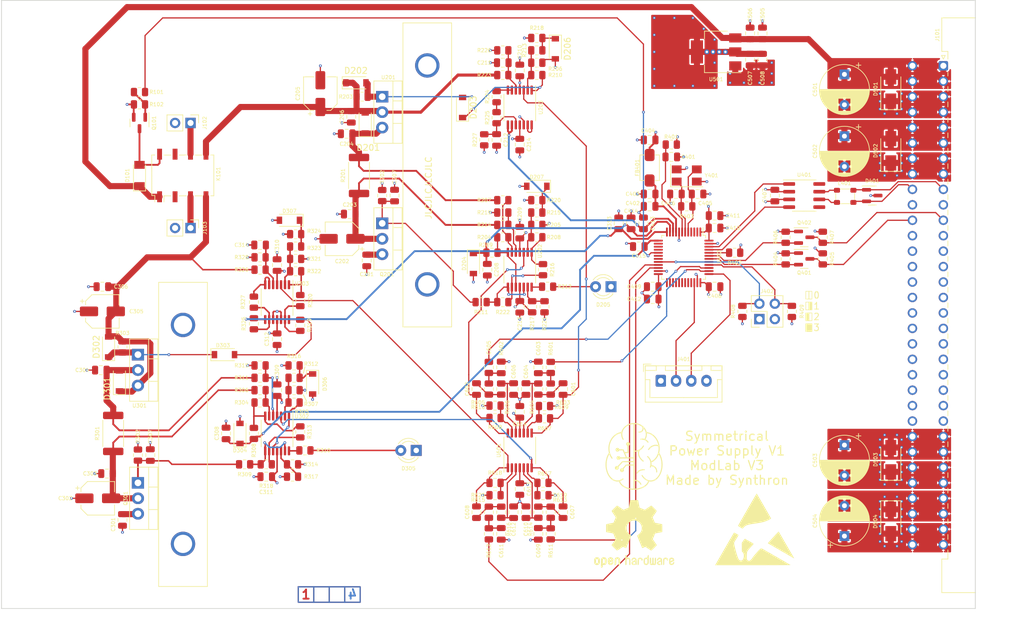
<source format=kicad_pcb>
(kicad_pcb (version 20211014) (generator pcbnew)
  (layers (0 "F.Cu" signal) (1 "In1.Cu" power) (2 "In2.Cu" power) (31 "B.Cu" signal) (34 "B.Paste" user) (35 "F.Paste" user) (36 "B.SilkS" user "B.Silkscreen") (37 "F.SilkS" user "F.Silkscreen") (38 "B.Mask" user) (39 "F.Mask" user) (44 "Edge.Cuts" user))
  (net 0 "")
  (net 1 "+15V")
  (net 2 "GND")
  (net 3 "PRE_Shunt+")
  (net 4 "POST_Shunt+")
  (net 5 "+VDC")
  (net 6 "Net-(C207-Pad1)")
  (net 7 "/CPU/I+")
  (net 8 "Net-(C211-Pad1)")
  (net 9 "Net-(C212-Pad1)")
  (net 10 "-15V")
  (net 11 "PRE_Shunt-")
  (net 12 "POST_Shunt-")
  (net 13 "-VDC")
  (net 14 "Net-(C307-Pad1)")
  (net 15 "/CPU/I-")
  (net 16 "/CPU/V-")
  (net 17 "Net-(C314-Pad1)")
  (net 18 "Net-(C401-Pad1)")
  (net 19 "Net-(C402-Pad1)")
  (net 20 "+3V3")
  (net 21 "Net-(C405-Pad2)")
  (net 22 "Net-(C406-Pad2)")
  (net 23 "+5V")
  (net 24 "+24V")
  (net 25 "Net-(C601-Pad1)")
  (net 26 "/Filters/VSET+")
  (net 27 "Net-(C602-Pad1)")
  (net 28 "/Filters/ISET+")
  (net 29 "Net-(C603-Pad1)")
  (net 30 "Net-(C604-Pad1)")
  (net 31 "Net-(C605-Pad1)")
  (net 32 "Net-(C606-Pad1)")
  (net 33 "Net-(C607-Pad1)")
  (net 34 "/Filters/ISET-")
  (net 35 "Net-(C608-Pad1)")
  (net 36 "/Filters/VSET-")
  (net 37 "Net-(C609-Pad1)")
  (net 38 "Net-(C610-Pad1)")
  (net 39 "Net-(C611-Pad1)")
  (net 40 "Net-(C612-Pad1)")
  (net 41 "Net-(D101-Pad2)")
  (net 42 "Net-(D202-Pad2)")
  (net 43 "Net-(D203-Pad1)")
  (net 44 "Net-(D205-Pad2)")
  (net 45 "Net-(D206-Pad1)")
  (net 46 "Net-(D207-Pad1)")
  (net 47 "Net-(D302-Pad1)")
  (net 48 "Net-(D303-Pad2)")
  (net 49 "Net-(D305-Pad2)")
  (net 50 "Net-(D306-Pad1)")
  (net 51 "Net-(D307-Pad1)")
  (net 52 "CAN+")
  (net 53 "CAN-")
  (net 55 "SDA_FM")
  (net 68 "SCL_FM")
  (net 80 "Net-(J102-Pad1)")
  (net 81 "Net-(J103-Pad1)")
  (net 82 "/CPU/SWDIO")
  (net 83 "/CPU/SWCLK")
  (net 86 "Net-(L401-Pad1)")
  (net 87 "Net-(L401-Pad4)")
  (net 88 "Net-(Q101-Pad1)")
  (net 89 "SCL")
  (net 90 "SDA")
  (net 91 "/CPU/Out_EN")
  (net 92 "Net-(R204-Pad1)")
  (net 93 "Net-(R204-Pad2)")
  (net 94 "Net-(R205-Pad2)")
  (net 95 "Net-(R206-Pad2)")
  (net 96 "Net-(R208-Pad2)")
  (net 97 "Net-(R211-Pad1)")
  (net 98 "Net-(R212-Pad1)")
  (net 99 "Net-(R214-Pad2)")
  (net 100 "Net-(R216-Pad2)")
  (net 101 "Net-(R217-Pad2)")
  (net 102 "Net-(R224-Pad1)")
  (net 103 "Net-(R224-Pad2)")
  (net 104 "Net-(R304-Pad1)")
  (net 105 "Net-(R304-Pad2)")
  (net 106 "Net-(R305-Pad2)")
  (net 107 "Net-(R307-Pad2)")
  (net 108 "Net-(R309-Pad1)")
  (net 109 "Net-(R310-Pad1)")
  (net 110 "Net-(R311-Pad2)")
  (net 111 "Net-(R313-Pad2)")
  (net 112 "Net-(U302-Pad12)")
  (net 113 "Net-(R319-Pad1)")
  (net 114 "Net-(R320-Pad1)")
  (net 115 "Net-(R321-Pad2)")
  (net 116 "Net-(R325-Pad1)")
  (net 117 "Net-(R327-Pad1)")
  (net 118 "Net-(R402-Pad2)")
  (net 119 "/CPU/PWM_V+")
  (net 120 "/CPU/PWM_I+")
  (net 121 "Net-(R607-Pad2)")
  (net 122 "Net-(R608-Pad2)")
  (net 123 "/CPU/PWM_I-")
  (net 124 "/CPU/PWM_V-")
  (net 125 "Net-(R617-Pad2)")
  (net 126 "Net-(R618-Pad2)")
  (net 127 "/CPU/V+")
  (net 128 "Net-(U203-Pad13)")
  (net 129 "CAN_Tx")
  (net 130 "CAN_Rx")
  (net 150 "Net-(J402-Pad2)")
  (net 151 "Net-(J402-Pad4)")
  (footprint "Resistor_SMD:R_0805_2012Metric" (layer "F.Cu") (at 115.316 109.22 180)
    (fp_text reference "R305")
    (fp_text value "1k")
  )
  (footprint "Resistor_SMD:R_0805_2012Metric" (layer "F.Cu") (at 202.184 87.63 90)
    (fp_text reference "R405")
    (fp_text value "4k7")
  )
  (footprint "Resistor_SMD:R_0805_2012Metric" (layer "F.Cu") (at 110.744 121.412 180)
    (fp_text reference "R318")
    (fp_text value "200k")
  )
  (footprint "Capacitor_SMD:C_0805_2012Metric" (layer "F.Cu") (at 173.736 68.072 180)
    (fp_text reference "C404")
    (fp_text value "1µ")
  )
  (footprint "Resistor_SMD:R_0805_2012Metric" (layer "F.Cu") (at 116.332 116.078 -90)
    (fp_text reference "R313")
    (fp_text value "1k")
  )
  (footprint "Package_TO_SOT_SMD:SOT-23" (layer "F.Cu") (at 210.312 77.216)
    (fp_text reference "D401")
    (fp_text value "CDSOT23-T24-Q")
  )
  (footprint "Capacitor_SMD:CP_Elec_5x5.8" (layer "F.Cu") (at 83.82 96.266)
    (fp_text reference "C305")
    (fp_text value "100µ")
  )
  (footprint "Connector_PinHeader_2.54mm:PinHeader_1x02_P2.54mm_Vertical" (layer "F.Cu") (at 98.303 82.55 -90)
    (fp_text reference "J103")
    (fp_text value "V-")
  )
  (footprint "Package_TO_SOT_THT:TO-220-3_Vertical" (layer "F.Cu") (at 89.662 124.46 -90)
    (fp_text reference "Q301")
    (fp_text value "TIP102")
  )
  (footprint "Package_TO_SOT_SMD:SOT-23" (layer "F.Cu") (at 89.916 65.278 -90)
    (fp_text reference "Q101")
    (fp_text value "BSS138")
  )
  (footprint "Capacitor_SMD:C_0805_2012Metric" (layer "F.Cu") (at 149.606 55.372 180)
    (fp_text reference "C211")
    (fp_text value "1µ")
  )
  (footprint "Resistor_SMD:R_0805_2012Metric" (layer "F.Cu") (at 156.21 124.46 180)
    (fp_text reference "R617")
    (fp_text value "1k")
  )
  (footprint "Resistor_SMD:R_0805_2012Metric" (layer "F.Cu") (at 155.194 80.01)
    (fp_text reference "R215")
    (fp_text value "2k")
  )
  (footprint "Resistor_SMD:R_0805_2012Metric" (layer "F.Cu") (at 109.728 109.22)
    (fp_text reference "R306")
    (fp_text value "1k")
  )
  (footprint "Diode_SMD:D_SOD-123" (layer "F.Cu") (at 127 65.278 90)
    (fp_text reference "D201")
    (fp_text value "D_Schottky")
  )
  (footprint "Capacitor_THT:CP_Radial_D8.0mm_P5.00mm" (layer "F.Cu") (at 205.74 67.447349 -90)
    (fp_text reference "C502")
    (fp_text value "100µ")
  )
  (footprint "eigene:SK574-50" (layer "F.Cu") (at 93.067 91.495 -90)
    (fp_text reference "HS301" hide)
    (fp_text value "Heatsink" hide)
  )
  (footprint "Resistor_SMD:R_0805_2012Metric" (layer "F.Cu") (at 147.828 86.614 180)
    (fp_text reference "R209")
    (fp_text value "1k")
  )
  (footprint "Resistor_SMD:R_0805_2012Metric" (layer "F.Cu") (at 116.332 98.552 90)
    (fp_text reference "R319")
    (fp_text value "1k")
  )
  (footprint "Capacitor_SMD:C_0805_2012Metric" (layer "F.Cu") (at 184.404 92.202)
    (fp_text reference "C408")
    (fp_text value "100n")
  )
  (footprint "Resistor_SMD:R_0805_2012Metric" (layer "F.Cu") (at 109.728 87.376 180)
    (fp_text reference "R328")
    (fp_text value "5k1")
  )
  (footprint "eigene:SMB-001" (layer "F.Cu") (at 173.736 72.644 90)
    (fp_text reference "FB401")
    (fp_text value "SMB-001")
  )
  (footprint "Capacitor_SMD:C_0805_2012Metric" (layer "F.Cu") (at 124.714 64.262 -90)
    (fp_text reference "C206")
    (fp_text value "100n")
  )
  (footprint "Resistor_SMD:R_0805_2012Metric" (layer "F.Cu") (at 196.088 84.074 90)
    (fp_text reference "R406")
    (fp_text value "4k7")
  )
  (footprint "Resistor_SMD:R_0805_2012Metric" (layer "F.Cu") (at 115.57 87.63 180)
    (fp_text reference "R321")
    (fp_text value "1k")
  )
  (footprint "Resistor_SMD:R_0805_2012Metric" (layer "F.Cu") (at 156.464 111.826)
    (fp_text reference "R609")
    (fp_text value "1k8")
  )
  (footprint "Capacitor_SMD:C_0805_2012Metric" (layer "F.Cu") (at 152.4 68.834 90)
    (fp_text reference "C214")
    (fp_text value "100n")
  )
  (footprint "Capacitor_SMD:C_0805_2012Metric" (layer "F.Cu") (at 178.054 76.962)
    (fp_text reference "C406")
    (fp_text value "20p")
  )
  (footprint "eigene:logo" (layer "F.Cu") (at 171.196 120.142)
    (fp_text reference "G***" hide)
    (fp_text value "LOGO" hide)
  )
  (footprint "Package_TO_SOT_THT:TO-220-3_Vertical" (layer "F.Cu") (at 89.662 103.378 -90)
    (fp_text reference "U301")
    (fp_text value "LM337_TO220")
  )
  (footprint "Connector_PinHeader_2.54mm:PinHeader_2x02_P2.54mm_Vertical" (layer "F.Cu") (at 191.77 97.536 90)
    (fp_text reference "J402")
    (fp_text value "Address")
  )
  (footprint "Resistor_SMD:R_0805_2012Metric" (layer "F.Cu") (at 149.606 80.01)
    (fp_text reference "R219")
    (fp_text value "5k1")
  )
  (footprint "Capacitor_SMD:C_0805_2012Metric" (layer "F.Cu") (at 127.254 87.884 -90)
    (fp_text reference "C201")
    (fp_text value "1µ")
  )
  (footprint "eigene:ladder_4" (layer "F.Cu") (at 115.57 147.574)
    (fp_text reference "")
    (fp_text value "")
  )
  (footprint "Resistor_SMD:R_0805_2012Metric" (layer "F.Cu") (at 155.194 51.308)
    (fp_text reference "R218")
    (fp_text value "510")
  )
  (footprint "Resistor_SMD:R_0805_2012Metric" (layer "F.Cu") (at 89.916 60.198 180)
    (fp_text reference "R101")
    (fp_text value "10k")
  )
  (footprint "Resistor_SMD:R_0805_2012Metric" (layer "F.Cu") (at 126.492 60.96)
    (fp_text reference "R203")
    (fp_text value "200")
  )
  (footprint "Diode_SMD:D_SMA" (layer "F.Cu") (at 213.36 130.81 -90)
    (fp_text reference "D504")
    (fp_text value "P6SMB16")
  )
  (footprint "Resistor_SMD:R_0805_2012Metric" (layer "F.Cu") (at 147.32 105.476 -90)
    (fp_text reference "R602")
    (fp_text value "1k3")
  )
  (footprint "Package_TO_SOT_SMD:SOT-23" (layer "F.Cu") (at 199.136 84.074)
    (fp_text reference "Q402")
    (fp_text value "BSS138")
  )
  (footprint "Resistor_SMD:R_0805_2012Metric" (layer "F.Cu") (at 89.662 119.888 -90)
    (fp_text reference "R302")
    (fp_text value "1k")
  )
  (footprint "Resistor_SMD:R_0805_2012Metric" (layer "F.Cu") (at 156.464 95.504 -90)
    (fp_text reference "R221")
    (fp_text value "5k1")
  )
  (footprint "Resistor_SMD:R_0805_2012Metric" (layer "F.Cu") (at 187.706 86.614 180)
    (fp_text reference "R402")
    (fp_text value "100")
  )
  (footprint "Resistor_SMD:R_0805_2012Metric" (layer "F.Cu") (at 109.728 111.252 180)
    (fp_text reference "R304")
    (fp_text value "5k1")
  )
  (footprint "Capacitor_SMD:C_0805_2012Metric" (layer "F.Cu") (at 171.958 85.598 180)
    (fp_text reference "C415")
    (fp_text value "1n")
  )
  (footprint "Resistor_SMD:R_0805_2012Metric" (layer "F.Cu") (at 115.316 105.156)
    (fp_text reference "R316")
    (fp_text value "510")
  )
  (footprint "Capacitor_SMD:C_0805_2012Metric" (layer "F.Cu") (at 174.244 92.202 180)
    (fp_text reference "C409")
    (fp_text value "100n")
  )
  (footprint "Resistor_SMD:R_0805_2012Metric" (layer "F.Cu") (at 87.122 102.108 -90)
    (fp_text reference "R303")
    (fp_text value "200")
  )
  (footprint "Resistor_SMD:R_0805_2012Metric" (layer "F.Cu") (at 146.558 68.052 -90)
    (fp_text reference "R227")
    (fp_text value "12k")
  )
  (footprint "Resistor_SMD:R_0805_2012Metric" (layer "F.Cu") (at 107.188 121.412 180)
    (fp_text reference "R309")
    (fp_text value "10k")
  )
  (footprint "Connector_PinHeader_2.54mm:PinHeader_1x02_P2.54mm_Vertical" (layer "F.Cu") (at 98.303 65.278 -90)
    (fp_text reference "J102")
    (fp_text value "V+")
  )
  (footprint "Resistor_SMD:R_0805_2012Metric" (layer "F.Cu") (at 155.194 53.34 180)
    (fp_text reference "R213")
    (fp_text value "5k1")
  )
  (footprint "eigene:SK574-50" (layer "F.Cu") (at 133.199 48.823 -90)
    (fp_text reference "HS201" hide)
    (fp_text value "Heatsink" hide)
  )
  (footprint "Resistor_SMD:R_0805_2012Metric" (layer "F.Cu") (at 156.21 89.408 -90)
    (fp_text reference "R216")
    (fp_text value "1k")
  )
  (footprint "Capacitor_SMD:C_0805_2012Metric" (layer "F.Cu") (at 159.512 129.286 90)
    (fp_text reference "C607")
    (fp_text value "470n")
  )
  (footprint "Capacitor_SMD:C_0805_2012Metric" (layer "F.Cu") (at 173.736 78.994 180)
    (fp_text reference "C402")
    (fp_text value "100n")
  )
  (footprint "Capacitor_SMD:C_0805_2012Metric" (layer "F.Cu") (at 109.728 85.344 180)
    (fp_text reference "C314")
    (fp_text value "1µ")
  )
  (footprint "Resistor_SMD:R_0805_2012Metric" (layer "F.Cu") (at 155.194 55.372 180)
    (fp_text reference "R206")
    (fp_text value "2k")
  )
  (footprint "Capacitor_THT:CP_Radial_D8.0mm_P5.00mm" (layer "F.Cu") (at 205.74 133.212651 90)
    (fp_text reference "C504")
    (fp_text value "100µ")
  )
  (footprint "Diode_SMD:D_SOD-123" (layer "F.Cu") (at 86.614 107.696 90)
    (fp_text reference "D301")
    (fp_text value "D_Schottky")
  )
  (footprint "eigene:SRF3225TAC" (layer "F.Cu") (at 204.015 78.745)
    (fp_text reference "L401")
    (fp_text value "SRF3225TAC-101Y")
  )
  (footprint "Package_SO:TSSOP-14_4.4x5mm_P0.65mm" (layer "F.Cu") (at 112.522 94.742 -90)
    (fp_text reference "U303")
    (fp_text value "LM2902")
  )
  (footprint "Diode_SMD:D_SOD-123" (layer "F.Cu") (at 114.554 81.28 180)
    (fp_text reference "D307")
    (fp_text value "5V1")
  )
  (footprint "Resistor_SMD:R_0805_2012Metric" (layer "F.Cu") (at 155.448 109.032 90)
    (fp_text reference "R604")
    (fp_text value "22k")
  )
  (footprint "Resistor_SMD:R_0805_2012Metric" (layer "F.Cu") (at 156.972 92.202)
    (fp_text reference "R212")
    (fp_text value "1k")
  )
  (footprint "Capacitor_SMD:C_0805_2012Metric" (layer "F.Cu") (at 192.278 50.546 90)
    (fp_text reference "C505")
    (fp_text value "1µ")
  )
  (footprint "Resistor_SMD:R_0805_2012Metric" (layer "F.Cu") (at 188.976 96.266 -90)
    (fp_text reference "R408")
    (fp_text value "10k")
  )
  (footprint "Capacitor_SMD:C_0805_2012Metric" (layer "F.Cu") (at 112.522 109.22 90)
    (fp_text reference "C309")
    (fp_text value "100n")
  )
  (footprint "Resistor_SMD:R_0805_2012Metric" (layer "F.Cu") (at 149.352 129.286 -90)
    (fp_text reference "R616")
    (fp_text value "22k")
  )
  (footprint "Resistor_SMD:R_0805_2012Metric" (layer "F.Cu") (at 149.606 53.34 180)
    (fp_text reference "R226")
    (fp_text value "5k1")
  )
  (footprint "Resistor_SMD:R_0805_2012Metric" (layer "F.Cu") (at 196.088 87.63 90)
    (fp_text reference "R404")
    (fp_text value "4k7")
  )
  (footprint "Symbol:ESD-Logo_13.2x12mm_SilkScreen" (layer "F.Cu") (at 191.008 132.08)
    (fp_text reference "REF**" hide)
    (fp_text value "ESD-Logo_13.2x12mm_SilkScreen" hide)
  )
  (footprint "Resistor_SMD:R_2512_6332Metric" (layer "F.Cu") (at 125.984 73.914 90)
    (fp_text reference "R201")
    (fp_text value "R500")
  )
  (footprint "Capacitor_SMD:C_0805_2012Metric" (layer "F.Cu") (at 181.61 76.962 180)
    (fp_text reference "C405")
    (fp_text value "20p")
  )
  (footprint "Capacitor_SMD:C_0805_2012Metric" (layer "F.Cu") (at 170.688 81.788 90)
    (fp_text reference "C414")
    (fp_text value "1n")
  )
  (footprint "Diode_SMD:D_MiniMELF" (layer "F.Cu") (at 89.916 73.914 90)
    (fp_text reference "D101")
    (fp_text value "LL4148")
  )
  (footprint "Package_SO:TSSOP-14_4.4x5mm_P0.65mm" (layer "F.Cu") (at 112.522 116.332 -90)
    (fp_text reference "U302")
    (fp_text value "LM2902")
  )
  (footprint "Resistor_SMD:R_0805_2012Metric" (layer "F.Cu") (at 115.062 121.412 180)
    (fp_text reference "R314")
    (fp_text value "5k1")
  )
  (footprint "Resistor_SMD:R_0805_2012Metric" (layer "F.Cu") (at 157.48 132.842 90)
    (fp_text reference "R611")
    (fp_text value "1k3")
  )
  (footprint "Resistor_SMD:R_0805_2012Metric" (layer "F.Cu") (at 147.32 109.032 -90)
    (fp_text reference "R605")
    (fp_text value "22k")
  )
  (footprint "Capacitor_SMD:C_0805_2012Metric" (layer "F.Cu") (at 91.694 119.888 90)
    (fp_text reference "C307")
    (fp_text value "1µ")
  )
  (footprint "Capacitor_SMD:C_0805_2012Metric" (layer "F.Cu") (at 152.4 95.504 90)
    (fp_text reference "C213")
    (fp_text value "100n")
  )
  (footprint "Resistor_SMD:R_0805_2012Metric" (layer "F.Cu") (at 157.48 105.476 -90)
    (fp_text reference "R601")
    (fp_text value "1k3")
  )
  (footprint "Resistor_SMD:R_0805_2012Metric" (layer "F.Cu") (at 149.606 77.978)
    (fp_text reference "R207")
    (fp_text value "1k")
  )
  (footprint "Package_TO_SOT_SMD:SOT-23" (layer "F.Cu") (at 199.136 87.63)
    (fp_text reference "Q401")
    (fp_text value "BSS138")
  )
  (footprint "Resistor_SMD:R_0805_2012Metric" (layer "F.Cu") (at 109.728 107.188)
    (fp_text reference "R311")
    (fp_text value "1k")
  )
  (footprint "Resistor_SMD:R_0805_2012Metric" (layer "F.Cu") (at 115.57 85.598 180)
    (fp_text reference "R323")
    (fp_text value "5k1")
  )
  (footprint "Capacitor_SMD:C_0805_2012Metric" (layer "F.Cu") (at 153.416 109.032 -90)
    (fp_text reference "C604")
    (fp_text value "470n")
  )
  (footprint "Resistor_SMD:R_0805_2012Metric" (layer "F.Cu") (at 109.728 89.408)
    (fp_text reference "R326")
    (fp_text value "20k")
  )
  (footprint "Package_SO:TSSOP-14_4.4x5mm_P0.65mm" (layer "F.Cu") (at 152.4 119.126 90)
    (fp_text reference "U601")
    (fp_text value "LM2902")
  )
  (footprint "Diode_SMD:D_SMA" (layer "F.Cu") (at 213.36 69.85 90)
    (fp_text reference "D502")
    (fp_text value "P6SMB26")
  )
  (footprint "Capacitor_SMD:C_0805_2012Metric" (layer "F.Cu") (at 194.31 77.216 90)
    (fp_text reference "C407")
    (fp_text value "100n")
  )
  (footprint "Symbol:OSHW-Logo2_14.6x12mm_SilkScreen" (layer "F.Cu") (at 171.196 132.842)
    (fp_text reference "REF**" hide)
    (fp_text value "OSHW-Logo2_14.6x12mm_SilkScreen" hide)
  )
  (footprint "Diode_SMD:D_SOD-123" (layer "F.Cu") (at 103.886 103.378)
    (fp_text reference "D303")
    (fp_text value "D_Schottky")
  )
  (footprint "Package_QFP:LQFP-48_7x7mm_P0.5mm" (layer "F.Cu") (at 179.324 87.376 -90)
    (fp_text reference "U402")
    (fp_text value "STM32F103C8Tx")
  )
  (footprint "Capacitor_SMD:C_0805_2012Metric" (layer "F.Cu") (at 155.448 105.476 90)
    (fp_text reference "C603")
    (fp_text value "5n6")
  )
  (footprint "Package_SO:TSSOP-14_4.4x5mm_P0.65mm" (layer "F.Cu") (at 152.4 62.738 -90)
    (fp_text reference "U203")
    (fp_text value "LM2902")
  )
  (footprint "Capacitor_SMD:C_0805_2012Metric" (layer "F.Cu") (at 174.244 94.234 180)
    (fp_text reference "C412")
    (fp_text value "4µ7")
  )
  (footprint "Capacitor_SMD:C_0805_2012Metric" (layer "F.Cu") (at 112.522 88.646 90)
    (fp_text reference "C310")
    (fp_text value "100n")
  )
  (footprint "Capacitor_SMD:C_0805_2012Metric" (layer "F.Cu") (at 153.416 129.286 90)
    (fp_text reference "C610")
    (fp_text value "470n")
  )
  (footprint "Package_SO:TSSOP-14_4.4x5mm_P0.65mm" (layer "F.Cu") (at 152.4 89.408 -90)
    (fp_text reference "U202")
    (fp_text value "LM2902")
  )
  (footprint "Resistor_SMD:R_0805_2012Metric" (layer "F.Cu") (at 146.05 94.742 180)
    (fp_text reference "R211")
    (fp_text value "10k")
  )
  (footprint "Diode_SMD:D_SOD-123" (layer "F.Cu") (at 143.002 62.738 90)
    (fp_text reference "D203")
    (fp_text value "D_Schottky")
  )
  (footprint "Resistor_SMD:R_0805_2012Metric" (layer "F.Cu") (at 202.184 84.074 90)
    (fp_text reference "R407")
    (fp_text value "4k7")
  )
  (footprint "LED_THT:LED_D3.0mm" (layer "F.Cu") (at 167.391 92.202 180)
    (fp_text reference "D205")
    (fp_text value "CC+")
  )
  (footprint "Capacitor_SMD:C_0805_2012Metric" (layer "F.Cu") (at 168.656 81.788 90)
    (fp_text reference "C313")
    (fp_text value "1n")
  )
  (footprint "Capacitor_SMD:C_0805_2012Metric" (layer "F.Cu") (at 190.246 54.864 -90)
    (fp_text reference "C507")
    (fp_text value "100n")
  )
  (footprint "Diode_SMD:D_SOD-123" (layer "F.Cu") (at 144.78 88.392 -90)
    (fp_text reference "D204")
    (fp_text value "5V1")
  )
  (footprint "Capacitor_SMD:C_0805_2012Metric" (layer "F.Cu") (at 104.14 116.332 90)
    (fp_text reference "C308")
    (fp_text value "1µ")
  )
  (footprint "Resistor_SMD:R_0805_2012Metric" (layer "F.Cu") (at 155.194 82.042 180)
    (fp_text reference "R205")
    (fp_text value "1k")
  )
  (footprint "Capacitor_SMD:C_0805_2012Metric" (layer "F.Cu") (at 151.384 109.032 -90)
    (fp_text reference "C606")
    (fp_text value "470n")
  )
  (footprint "Capacitor_SMD:C_0805_2012Metric" (layer "F.Cu") (at 145.288 109.032 -90)
    (fp_text reference "C602")
    (fp_text value "470n")
  )
  (footprint "Capacitor_SMD:C_0805_2012Metric" (layer "F.Cu") (at 110.744 123.444)
    (fp_text reference "C311")
    (fp_text value "100n")
  )
  (footprint "Resistor_SMD:R_0805_2012Metric" (layer "F.Cu") (at 148.336 124.46)
    (fp_text reference "R618")
    (fp_text value "1k")
  )
  (footprint "Resistor_SMD:R_0805_2012Metric" (layer "F.Cu") (at 149.352 109.032 90)
    (fp_text reference "R606")
    (fp_text value "22k")
  )
  (footprint "Connector_JST:JST_XH_B4B-XH-A_1x04_P2.50mm_Vertical" (layer "F.Cu") (at 175.574 107.679)
    (fp_text reference "J401")
    (fp_text value "SWD")
  )
  (footprint "Resistor_SMD:R_0805_2012Metric" (layer "F.Cu") (at 117.094 119.126)
    (fp_text reference "R310")
    (fp_text value "1k")
  )
  (footprint "LED_THT:LED_D3.0mm" (layer "F.Cu") (at 135.387 119.126 180)
    (fp_text reference "D305")
    (fp_text value "CC+")
  )
  (footprint "Capacitor_SMD:C_0805_2012Metric" (layer "F.Cu") (at 184.404 80.518)
    (fp_text reference "C411")
    (fp_text value "100n")
  )
  (footprint "Resistor_SMD:R_0805_2012Metric" (layer "F.Cu") (at 115.062 123.444)
    (fp_text reference "R317")
    (fp_text value "20k")
  )
  (footprint "Capacitor_SMD:C_0805_2012Metric" (layer "F.Cu") (at 83.566 105.918 180)
    (fp_text reference "C304")
    (fp_text value "100n")
  )
  (footprint "Resistor_SMD:R_0805_2012Metric" (layer "F.Cu") (at 149.606 57.404)
    (fp_text reference "R223")
    (fp_text value "20k")
  )
  (footprint "Resistor_SMD:R_0805_2012Metric" (layer "F.Cu") (at 155.194 77.978)
    (fp_text reference "R220")
    (fp_text value "510")
  )
  (footprint "Package_TO_SOT_THT:TO-220-3_Vertical" (layer "F.Cu") (at 129.794 60.96 -90)
    (fp_text reference "U201")
    (fp_text value "LM317_TO-220")
  )
  (footprint "Capacitor_SMD:C_0805_2012Metric" (layer "F.Cu") (at 152.4 125.476 -90)
    (fp_text reference "C613")
    (fp_text value "100n")
  )
  (footprint "Resistor_SMD:R_0805_2012Metric" (layer "F.Cu") (at 148.336 126.492 180)
    (fp_text reference "R620")
    (fp_text value "1k8")
  )
  (footprint "Capacitor_SMD:C_0805_2012Metric" (layer "F.Cu") (at 112.522 100.838 90)
    (fp_text reference "C312")
    (fp_text value "100n")
  )
  (footprint "Capacitor_SMD:C_0805_2012Metric" (layer "F.Cu") (at 159.512 109.032 -90)
    (fp_text reference "C601")
    (fp_text value "470n")
  )
  (footprint "Package_TO_SOT_SMD:SOT-223-3_TabPin2" (layer "F.Cu") (at 184.658 53.594 180)
    (fp_text reference "U501")
    (fp_text value "AP1117-33")
  )
  (footprint "Capacitor_SMD:CP_Elec_5x5.8" (layer "F.Cu") (at 119.634 60.452 90)
    (fp_text reference "C205")
    (fp_text value "100µ")
  )
  (footprint "Capacitor_THT:CP_Radial_D8.0mm_P5.00mm" (layer "F.Cu") (at 205.74 118.247349 -90)
    (fp_text reference "C503")
    (fp_text value "100µ")
  )
  (footprint "Capacitor_SMD:C_0805_2012Metric" (layer "F.Cu") (at 173.736 76.962 180)
    (fp_text reference "C403")
    (fp_text value "1µ")
  )
  (footprint "Capacitor_SMD:C_0805_2012Metric" (layer "F.Cu") (at 155.448 132.842 -90)
    (fp_text reference "C609")
    (fp_text value "5n6")
  )
  (footprint "Capacitor_SMD:C_0805_2012Metric" (layer "F.Cu") (at 124.46 80.264 180)
    (fp_text reference "C203")
    (fp_text value "100n")
  )
  (footprint "Capacitor_SMD:C_0805_2012Metric" (layer "F.Cu") (at 147.066 89.408 -90)
    (fp_text reference "C208")
    (fp_text value "1µ")
  )
  (footprint "Resistor_SMD:R_0805_2012Metric" (layer "F.Cu") (at 155.448 129.286 -90)
    (fp_text reference "R614")
    (fp_text value "22k")
  )
  (footprint "Resistor_SMD:R_0805_2012Metric" (layer "F.Cu") (at 155.194 84.074)
    (fp_text reference "R208")
    (fp_text value "100")
  )
  (footprint "Package_SO:SOIC-8_3.9x4.9mm_P1.27mm" (layer "F.Cu") (at 199.136 77.216)
    (fp_text reference "U401")
    (fp_text value "SN65HVD232")
  )
  (footprint "Resistor_SMD:R_0805_2012Metric" (layer "F.Cu") (at 157.48 129.286 90)
    (fp_text reference "R613")
    (fp_text value "22k")
  )
  (footprint "Resistor_SMD:R_0805_2012Metric" (layer "F.Cu") (at 156.464 113.858 180)
    (fp_text reference "R607")
    (fp_text value "1k")
  )
  (footprint "Capacitor_SMD:C_0805_2012Metric" (layer "F.Cu") (at 145.288 129.286 90)
    (fp_text reference "C608")
    (fp_text value "470n")
  )
  (footprint "Capacitor_SMD:C_0805_2012Metric" (layer "F.Cu") (at 151.384 129.286 90)
    (fp_text reference "C612")
    (fp_text value "470n")
  )
  (footprint "Capacitor_SMD:C_0805_2012Metric" (layer "F.Cu") (at 87.122 130.556 -90)
    (fp_text reference "C301")
    (fp_text value "1µ")
  )
  (footprint "Diode_SMD:D_SOD-123" (layer "F.Cu") (at 118.364 108.204 -90)
    (fp_text reference "D306")
    (fp_text value "5V1")
  )
  (footprint "Capacitor_SMD:C_0805_2012Metric" (layer "F.Cu") (at 83.82 92.202 180)
    (fp_text reference "C306")
    (fp_text value "100n")
  )
  (footprint "Capacitor_SMD:C_0805_2012Metric" (layer "F.Cu") (at 190.246 50.546 90)
    (fp_text reference "C506")
    (fp_text value "100n")
  )
  (footprint "Resistor_SMD:R_0805_2012Metric" (layer "F.Cu") (at 148.336 111.76 180)
    (fp_text reference "R610")
    (fp_text value "1k8")
  )
  (footprint "Capacitor_SMD:C_0805_2012Metric" (layer "F.Cu") (at 192.278 54.864 -90)
    (fp_text reference "C508")
    (fp_text value "1µ")
  )
  (footprint "Capacitor_SMD:C_0805_2012Metric" (layer "F.Cu") (at 152.4 112.776 -90)
    (fp_text reference "C614")
    (fp_text value "100n")
  )
  (footprint "Capacitor_SMD:C_0805_2012Metric" (layer "F.Cu") (at 84.582 122.936 180)
    (fp_text reference "C303")
    (fp_text value "100n")
  )
  (footprint "Capacitor_SMD:C_0805_2012Metric" (layer "F.Cu") (at 152.4 56.642 90)
    (fp_text reference "C210")
    (fp_text value "100n")
  )
  (footprint "Capacitor_SMD:C_0805_2012Metric" (layer "F.Cu") (at 149.352 105.476 90)
    (fp_text reference "C605")
    (fp_text value "5n6")
  )
  (footprint "Relay_SMD:Relay_DPDT_Omron_G6K-2F" (layer "F.Cu") (at 97.028 73.914 90)
    (fp_text reference "K101")
    (fp_text value "G6K-2")
  )
  (footprint "Diode_SMD:D_SOD-123" (layer "F.Cu") (at 106.426 116.332 90)
    (fp_text reference "D304")
    (fp_text value "5V1")
  )
  (footprint "Resistor_SMD:R_0805_2012Metric" (layer "F.Cu") (at 108.712 116.332 -90)
    (fp_text reference "R308")
    (fp_text value "1k")
  )
  (footprint "Resistor_SMD:R_0805_2012Metric" (layer "F.Cu") (at 179.832 78.994 180)
    (fp_text reference "R403")
    (fp_text value "1M")
  )
  (footprint "Capacitor_SMD:C_0805_2012Metric" (layer "F.Cu") (at 152.4 83.312 90)
    (fp_text reference "C209")
    (fp_text value "100n")
  )
  (footprint "Capacitor_SMD:C_0805_2012Metric" (layer "F.Cu") (at 149.352 132.842 -90)
    (fp_text reference "C611")
    (fp_text value "5n6")
  )
  (footprint "Resistor_SMD:R_0805_2012Metric" (layer "F.Cu") (at 197.104 96.266 -90)
    (fp_text reference "R409")
    (fp_text value "10k")
  )
  (footprint "Resistor_SMD:R_0805_2012Metric" (layer "F.Cu") (at 108.712 98.298 90)
    (fp_text reference "R325")
    (fp_text value "2k")
  )
  (footprint "Resistor_SMD:R_0805_2012Metric" (layer "F.Cu") (at 129.794 77.216 -90)
    (fp_text reference "R202")
    (fp_text value "1k")
  )
  (footprint "Diode_SMD:D_SOD-123" (layer "F.Cu") (at 155.194 75.692 180)
    (fp_text reference "D207")
    (fp_text value "5V1")
  )
  (footprint "Resistor_SMD:R_0805_2012Metric" (layer "F.Cu") (at 148.59 64.4125 -90)
    (fp_text reference "R225")
    (fp_text value "3k9")
  )
  (footprint "Resistor_SMD:R_0805_2012Metric" (layer "F.Cu") (at 149.606 84.074 180)
    (fp_text reference "R204")
    (fp_text value "5k1")
  )
  (footprint "Package_TO_SOT_THT:TO-220-3_Vertical" (layer "F.Cu") (at 129.794 81.788 -90)
    (fp_text reference "Q201")
    (fp_text value "TIP107")
  )
  (footprint "Resistor_SMD:R_0805_2012Metric" (layer "F.Cu") (at 116.332 94.488 -90)
    (fp_text reference "R320")
    (fp_text value "1k")
  )
  (footprint "Capacitor_SMD:CP_Elec_5x5.8" (layer "F.Cu") (at 123.19 84.328 180)
    (fp_text reference "C202")
    (fp_text value "100µ")
  )
  (footprint "Resistor_SMD:R_0805_2012Metric" (layer "F.Cu") (at 157.48 109.032 -90)
    (fp_text reference "R603")
    (fp_text value "22k")
  )
  (footprint "Resistor_SMD:R_0805_2012Metric" (layer "F.Cu") (at 115.316 111.252)
    (fp_text reference "R307")
    (fp_text value "100")
  )
  (footprint "Resistor_SMD:R_0805_2012Metric" (layer "F.Cu") (at 115.316 107.188)
    (fp_text reference "R312")
    (fp_text value "2k")
  )
  (footprint "Crystal:Crystal_SMD_5032-4Pin_5.0x3.2mm" (layer "F.Cu") (at 179.832 73.914)
    (fp_text reference "Y401")
    (fp_text value "8MHz")
  )
  (footprint "eigene:VG64_Euro" (layer "F.Cu") (at 67.246 145.12)
    (fp_text reference "J101")
    (fp_text value "DIN41612_02x32_AC")
    (fp_line (start 0 0) (end 0 -100) (layer "Edge.Cuts") (width 0.12))
    (fp_line (start 160 -100) (end 160 0) (layer "Edge.Cuts") (width 0.12))
    (fp_line (start 0 -100) (end 160 -100) (layer "Edge.Cuts") (width 0.12))
    (fp_line (start 160 0) (end 0 0) (layer "Edge.Cuts") (width 0.12))
  )
  (footprint "Diode_SMD:D_SOD-123" (layer "F.Cu") (at 125.476 58.674)
    (fp_text reference "D202")
    (fp_text value "D_Schottky")
  )
  (footprint "Resistor_SMD:R_0805_2012Metric" (layer "F.Cu") (at 156.21 126.492)
    (fp_text reference "R619")
    (fp_text value "1k8")
  )
  (footprint "Diode_SMD:D_SMA" (layer "F.Cu") (at 213.36 120.65 90)
    (fp_text reference "D503")
    (fp_text value "P6SMB16")
  )
  (footprint "Resistor_SMD:R_0805_2012Metric" (layer "F.Cu") (at 148.59 60.96 -90)
    (fp_text reference "R224")
    (fp_text value "100")
  )
  (footprint "Resistor_SMD:R_2512_6332Metric" (layer "F.Cu") (at 85.598 116.332 90)
    (fp_text reference "R301")
    (fp_text value "R500")
  )
  (footprint "Resistor_SMD:R_0805_2012Metric" (layer "F.Cu") (at 154.432 95.504 90)
    (fp_text reference "R217")
    (fp_text value "20k")
  )
  (footprint "Resistor_SMD:R_0805_2012Metric" (layer "F.Cu") (at 149.606 82.042)
    (fp_text reference "R214")
    (fp_text value "1k")
  )
  (footprint "Resistor_SMD:R_0805_2012Metric" (layer "F.Cu") (at 89.916 62.23 180)
    (fp_text reference "R102")
    (fp_text value "100k")
  )
  (footprint "Resistor_SMD:R_0805_2012Metric" (layer "F.Cu") (at 149.606 94.742 180)
    (fp_text reference "R222")
    (fp_text value "200k")
  )
  (footprint "Resistor_SMD:R_0805_2012Metric" (layer "F.Cu") (at 147.32 132.842 90)
    (fp_text reference "R612")
    (fp_text value "1k3")
  )
  (footprint "Capacitor_THT:CP_Radial_D8.0mm_P5.00mm" (layer "F.Cu") (at 205.74 57.287349 -90)
    (fp_text reference "C501")
    (fp_text value "100µ")
  )
  (footprint "Capacitor_SMD:C_0805_2012Metric" (layer "F.Cu") (at 184.404 82.55)
    (fp_text reference "C410")
    (fp_text value "100n")
  )
  (footprint "Resistor_SMD:R_0805_2012Metric" (layer "F.Cu") (at 155.194 57.404)
    (fp_text reference "R210")
    (fp_text value "2k")
  )
  (footprint "Diode_SMD:D_SOD-123" (layer "F.Cu") (at 84.836 102.108 90)
    (fp_text reference "D302")
    (fp_text value "D_Schottky")
  )
  (footprint "Diode_SMD:D_SMA" (layer "F.Cu") (at 213.36 59.69 90)
    (fp_text reference "D501")
    (fp_text value "SMAJ5,0A")
  )
  (footprint "Capacitor_SMD:C_0805_2012Metric" (layer "F.Cu") (at 177.292 70.866)
    (fp_text reference "C401")
    (fp_text value "100n")
  )
  (footprint "Resistor_SMD:R_0805_2012Metric" (layer "F.Cu") (at 147.32 129.286 90)
    (fp_text reference "R615")
    (fp_text value "22k")
  )
  (footprint "Diode_SMD:D_SOD-123" (layer "F.Cu") (at 158.242 53.086 -90)
    (fp_text reference "D206")
    (fp_text value "5V1")
  )
  (footprint "Resistor_SMD:R_0805_2012Metric" (layer "F.Cu") (at 148.336 113.792)
    (fp_text reference "R608")
    (fp_text value "1k")
  )
  (footprint "Capacitor_SMD:C_0805_2012Metric" (layer "F.Cu") (at 172.72 81.788 90)
    (fp_text reference "C413")
    (fp_text value "1n")
  )
  (footprint "Capacitor_SMD:C_0805_2012Metric" (layer "F.Cu") (at 131.826 77.216 90)
    (fp_text reference "C207")
    (fp_text value "1µ")
  )
  (footprint "Resistor_SMD:R_0805_2012Metric" (layer "F.Cu") (at 108.712 94.742 -90)
    (fp_text reference "R327")
    (fp_text value "3k")
  )
  (footprint "Capacitor_SMD:C_0805_2012Metric" (layer "F.Cu") (at 123.952 67.056 180)
    (fp_text reference "C204")
    (fp_text value "100n")
  )
  (footprint "Resistor_SMD:R_0805_2012Metric" (layer "F.Cu") (at 115.57 83.566)
    (fp_text reference "R324")
    (fp_text value "510")
  )
  (footprint "Resistor_SMD:R_0805_2012Metric" (layer "F.Cu") (at 115.57 89.662)
    (fp_text reference "R322")
    (fp_text value "2k")
  )
  (footprint "Resistor_SMD:R_0805_2012Metric" (layer "F.Cu") (at 177.292 68.834)
    (fp_text reference "R401")
    (fp_text value "10k")
  )
  (footprint "Capacitor_SMD:C_0805_2012Metric" (layer "F.Cu") (at 148.59 68.072 -90)
    (fp_text reference "C212")
    (fp_text value "1n")
  )
  (footprint "Resistor_SMD:R_0805_2012Metric" (layer "F.Cu") (at 109.728 105.156)
    (fp_text reference "R315")
    (fp_text value "5k1")
  )
  (footprint "Capacitor_SMD:CP_Elec_5x5.8" (layer "F.Cu") (at 83.058 127)
    (fp_text reference "C302")
    (fp_text value "100µ")
  )
  (gr_rect (start 200.406 97.79) (end 199.898 96.52) (layer "F.SilkS") (width 0.1) (fill none))
  (gr_rect (start 199.898 97.79) (end 199.39 96.52) (layer "F.SilkS") (width 0.1) (fill solid))
  (gr_line (start 117.094 105.41) (end 116.84 106.426) (layer "F.SilkS") (width 0.15))
  (gr_rect (start 199.898 96.012) (end 199.39 94.742) (layer "F.SilkS") (width 0.1) (fill none))
  (gr_rect (start 200.406 99.568) (end 199.898 98.298) (layer "F.SilkS") (width 0.1) (fill solid))
  (gr_line (start 117.348 110.998) (end 116.84 109.982) (layer "F.SilkS") (width 0.15))
  (gr_rect (start 200.406 94.234) (end 199.898 92.964) (layer "F.SilkS") (width 0.1) (fill none))
  (gr_rect (start 199.898 99.568) (end 199.39 98.298) (layer "F.SilkS") (width 0.1) (fill solid))
  (gr_rect (start 200.406 96.012) (end 199.898 94.742) (layer "F.SilkS") (width 0.1) (fill solid))
  (gr_rect (start 199.898 94.234) (end 199.39 92.964) (layer "F.SilkS") (width 0.1) (fill none))
  (gr_text "Symmetrical\nPower Supply V1\nModLab V3\nMade by Synthron" (at 186.436 120.396) (layer "F.SilkS") (effects (font (size 1.5 1.5) (thickness 0.2))))
  (gr_text "JLCJLCJLCJLC" (at 137.414 75.946 90) (layer "F.SilkS") (effects (font (size 1 1))))
  (gr_text "0\n1\n2\n3" (at 201.168 96.266) (layer "F.SilkS") (effects (font (size 1.1 1))))
  (segment (start 112.522 110.17) (end 112.522 113.4695) (width 0.25) (layer "F.Cu") (net 1))
  (segment (start 112.522 110.17) (end 112.71 110.17) (width 0.25) (layer "F.Cu") (net 1))
  (segment (start 153.482 124.526) (end 153.67 124.714) (width 0.2) (layer "F.Cu") (net 1))
  (segment (start 152.465238 84.262) (end 153.415498 83.31174) (width 0.2) (layer "F.Cu") (net 1))
  (segment (start 113.284 110.744) (end 113.284 111.252) (width 0.25) (layer "F.Cu") (net 1))
  (segment (start 152.4 124.526) (end 152.4 121.9885) (width 0.2) (layer "F.Cu") (net 1))
  (segment (start 129.794 76.3035) (end 129.794 75.184) (width 0.2) (layer "F.Cu") (net 1))
  (segment (start 113.6495 89.596) (end 113.7155 89.662) (width 0.25) (layer "F.Cu") (net 1))
  (segment (start 112.522 89.596) (end 112.522 91.8795) (width 0.25) (layer "F.Cu") (net 1))
  (segment (start 152.4 84.262) (end 152.465238 84.262) (width 0.2) (layer "F.Cu") (net 1))
  (segment (start 115.9745 121.412) (end 117.094 121.412) (width 0.25) (layer "F.Cu") (net 1))
  (segment (start 114.6575 83.566) (end 113.538 83.566) (width 0.25) (layer "F.Cu") (net 1))
  (segment (start 152.4 84.262) (end 152.4 86.5455) (width 0.2) (layer "F.Cu") (net 1))
  (segment (start 127.254 86.934) (end 129.728 86.934) (width 1) (layer "F.Cu") (net 1))
  (segment (start 152.4 124.526) (end 153.482 124.526) (width 0.2) (layer "F.Cu") (net 1))
  (segment (start 154.2815 77.978) (end 153.162 77.978) (width 0.2) (layer "F.Cu") (net 1))
  (segment (start 152.4 58.674) (end 152.4 59.8755) (width 0.2) (layer "F.Cu") (net 1))
  (segment (start 112.522 89.596) (end 113.6495 89.596) (width 0.25) (layer "F.Cu") (net 1))
  (segment (start 113.03 110.49) (end 113.284 110.744) (width 0.25) (layer "F.Cu") (net 1))
  (segment (start 152.4 57.592) (end 152.4 58.674) (width 0.2) (layer "F.Cu") (net 1))
  (segment (start 129.728 86.934) (end 129.794 86.868) (width 1) (layer "F.Cu") (net 1))
  (segment (start 112.71 110.17) (end 113.03 110.49) (width 0.25) (layer "F.Cu") (net 1))
  (segment (start 114.4035 105.156) (end 113.284 105.156) (width 0.25) (layer "F.Cu") (net 1))
  (segment (start 154.2815 51.308) (end 153.162 51.308) (width 0.2) (layer "F.Cu") (net 1))
  (via (at 153.415498 83.31174) (size 0.46) (drill 0.2) (layers "F.Cu" "B.Cu") (net 1))
  (via (at 152.4 58.674) (size 0.46) (drill 0.2) (layers "F.Cu" "B.Cu") (net 1))
  (via (at 153.67 124.714) (size 0.46) (drill 0.2) (layers "F.Cu" "B.Cu") (net 1))
  (via (at 113.538 83.566) (size 0.46) (drill 0.2) (layers "F.Cu" "B.Cu") (net 1))
  (via (at 113.284 105.156) (size 0.46) (drill 0.2) (layers "F.Cu" "B.Cu") (net 1))
  (via (at 215.138 117.348) (size 0.46) (drill 0.2) (layers "F.Cu" "B.Cu") (net 1))
  (via (at 129.794 75.184) (size 0.46) (drill 0.2) (layers "F.Cu" "B.Cu") (net 1))
  (via (at 113.284 111.252) (size 0.46) (drill 0.2) (layers "F.Cu" "B.Cu") (net 1))
  (via (at 212.344 116.586) (size 0.46) (drill 0.2) (layers "F.Cu" "B.Cu") (net 1))
  (via (at 214.376 116.586) (size 0.46) (drill 0.2) (layers "F.Cu" "B.Cu") (net 1))
  (via (at 113.7155 89.662) (size 0.46) (drill 0.2) (layers "F.Cu" "B.Cu") (net 1))
  (via (at 153.162 77.978) (size 0.46) (drill 0.2) (layers "F.Cu" "B.Cu") (net 1))
  (via (at 211.582 117.348) (size 0.46) (drill 0.2) (layers "F.Cu" "B.Cu") (net 1))
  (via (at 117.094 121.412) (size 0.46) (drill 0.2) (layers "F.Cu" "B.Cu") (net 1))
  (via (at 153.162 51.308) (size 0.46) (drill 0.2) (layers "F.Cu" "B.Cu") (net 1))
  (via (at 215.138 118.618) (size 0.46) (drill 0.2) (layers "F.Cu" "B.Cu") (net 1))
  (via (at 211.582 119.888) (size 0.46) (drill 0.2) (layers "F.Cu" "B.Cu") (net 1))
  (via (at 215.138 119.888) (size 0.46) (drill 0.2) (layers "F.Cu" "B.Cu") (net 1))
  (via (at 211.582 118.618) (size 0.46) (drill 0.2) (layers "F.Cu" "B.Cu") (net 1))
  (segment (start 178.574 83.2135) (end 178.574 84.57) (width 0.2) (layer "F.Cu") (net 2))
  (segment (start 184.876 85.126) (end 184.912 85.09) (width 0.2) (layer "F.Cu") (net 2))
  (segment (start 124.714 65.212) (end 123.256 65.212) (width 0.2) (layer "F.Cu") (net 2))
  (segment (start 123.002 67.056) (end 121.92 67.056) (width 0.2) (layer "F.Cu") (net 2))
  (segment (start 127.254 88.834) (end 127.254 90.17) (width 0.2) (layer "F.Cu") (net 2))
  (segment (start 148.6935 53.34) (end 147.574 53.34) (width 0.2) (layer "F.Cu") (net 2))
  (segment (start 151.638 109.982) (end 152.4 110.744) (width 0.2) (layer "F.Cu") (net 2))
  (segment (start 172.786 78.994) (end 172.786 79.182) (width 0.2) (layer "F.Cu") (net 2))
  (segment (start 176.494 89.626) (end 176.53 89.662) (width 0.2) (layer "F.Cu") (net 2))
  (segment (start 188.6185 86.614) (end 188.6185 85.4475) (width 0.2) (layer "F.Cu") (net 2))
  (segment (start 119.634 58.252) (end 119.634 55.88) (width 0.2) (layer "F.Cu") (net 2))
  (segment (start 80.858 127) (end 78.74 127) (width 0.2) (layer "F.Cu") (net 2))
  (segment (start 182.56 76.962) (end 183.642 76.962) (width 0.2) (layer "F.Cu") (net 2))
  (segment (start 153.416 109.982) (end 153.162 109.982) (width 0.2) (layer "F.Cu") (net 2))
  (segment (start 178.574 84.57) (end 178.562 84.582) (width 0.2) (layer "F.Cu") (net 2))
  (segment (start 153.162 109.982) (end 152.4 110.744) (width 0.2) (layer "F.Cu") (net 2))
  (segment (start 155.448 104.526) (end 154.183 104.526) (width 0.2) (layer "F.Cu") (net 2))
  (segment (start 109.794 123.444) (end 108.712 123.444) (width 0.25) (layer "F.Cu") (net 2))
  (segment (start 177.104 76.962) (end 177.104 78.298) (width 0.2) (layer "F.Cu") (net 2))
  (segment (start 113.03 96.266) (end 112.014 96.266) (width 0.25) (layer "F.Cu") (net 2))
  (segment (start 197.104 97.1785) (end 197.104 98.298) (width 0.2) (layer "F.Cu") (net 2))
  (segment (start 185.354 82.55) (end 186.436 82.55) (width 0.2) (layer "F.Cu") (net 2))
  (segment (start 106.426 114.682) (end 106.426 113.538) (width 0.25) (layer "F.Cu") (net 2))
  (segment (start 148.59 69.022) (end 148.59 70.104) (width 0.2) (layer "F.Cu") (net 2))
  (segment (start 152.4 82.362) (end 152.4 81.28) (width 0.2) (layer "F.Cu") (net 2))
  (segment (start 185.354 92.202) (end 185.354 93.406) (width 0.2) (layer "F.Cu") (net 2))
  (segment (start 155.448 133.792) (end 154.244 133.792) (width 0.2) (layer "F.Cu") (net 2))
  (segment (start 82.616 105.918) (end 81.28 105.918) (width 0.2) (layer "F.Cu") (net 2))
  (segment (start 181.482 74.914) (end 183.118 74.914) (width 0.2) (layer "F.Cu") (net 2))
  (segment (start 158.242 54.836) (end 158.242 56.134) (width 0.2) (layer "F.Cu") (net 2))
  (segment (start 88.966 62.2675) (end 89.0035 62.23) (width 0.3) (layer "F.Cu") (net 2))
  (segment (start 152.4 126.426) (end 152.4 127.508) (width 0.2) (layer "F.Cu") (net 2))
  (segment (start 156.1065 55.372) (end 156.6425 54.836) (width 0.2) (layer "F.Cu") (net 2))
  (segment (start 192.278 49.596) (end 192.278 48.514) (width 0.3) (layer "F.Cu") (net 2))
  (segment (start 149.352 104.526) (end 150.617 104.526) (width 0.2) (layer "F.Cu") (net 2))
  (segment (start 194.31 76.266) (end 192.852 76.266) (width 0.2) (layer "F.Cu") (net 2))
  (segment (start 188.976 97.1785) (end 188.976 98.298) (width 0.2) (layer "F.Cu") (net 2))
  (segment (start 81.62 96.266) (end 79.248 96.266) (width 0.2) (layer "F.Cu") (net 2))
  (segment (start 116.2285 109.22) (end 117.094 109.22) (width 0.25) (layer "F.Cu") (net 2))
  (segment (start 108.8155 105.156) (end 107.696 105.156) (width 0.25) (layer "F.Cu") (net 2))
  (segment (start 153.228 128.336) (end 152.4 127.508) (width 0.2) (layer "F.Cu") (net 2))
  (segment (start 178.182 72.914) (end 179.562 72.914) (width 0.2) (layer "F.Cu") (net 2))
  (segment (start 91.694 118.938) (end 91.694 117.856) (width 0.2) (layer "F.Cu") (net 2))
  (segment (start 151.572 128.336) (end 152.4 127.508) (width 0.2) (layer "F.Cu") (net 2))
  (segment (start 172.786 76.962) (end 171.704 76.962) (width 0.2) (layer "F.Cu") (net 2))
  (segment (start 181.574 91.5385) (end 181.574 90.388) (width 0.2) (layer "F.Cu") (net 2))
  (segment (start 147.066 90.358) (end 147.066 91.44) (width 0.2) (layer "F.Cu") (net 2))
  (segment (start 211.2495 77.216) (end 210.058 77.216) (width 0.2) (layer "F.Cu") (net 2))
  (segment (start 170.5 85.09) (end 169.926 85.09) (width 0.2) (layer "F.Cu") (net 2))
  (segment (start 144.78 90.142) (end 144.78 91.44) (width 0.2) (layer "F.Cu") (net 2))
  (segment (start 82.87 92.202) (end 81.534 92.202) (width 0.2) (layer "F.Cu") (net 2))
  (segment (start 116.4825 87.63) (end 117.602 87.63) (width 0.25) (layer "F.Cu") (net 2))
  (segment (start 152.4 111.826) (end 152.4 110.744) (width 0.2) (layer "F.Cu") (net 2))
  (segment (start 185.354 80.518) (end 186.436 80.518) (width 0.2) (layer "F.Cu") (net 2))
  (segment (start 173.294 94.046) (end 172.466 93.218) (width 0.2) (layer "F.Cu") (net 2))
  (segment (start 83.632 122.936) (end 82.55 122.936) (width 0.2) (layer "F.Cu") (net 2))
  (segment (start 156.6425 54.836) (end 158.242 54.836) (width 0.2) (layer "F.Cu") (net 2))
  (segment (start 194.625 76.581) (end 194.31 76.266) (width 0.2) (layer "F.Cu") (net 2))
  (segment (start 190.246 49.596) (end 190.246 48.514) (width 0.3) (layer "F.Cu") (net 2))
  (segment (start 185.354 93.406) (end 185.42 93.472) (width 0.2) (layer "F.Cu") (net 2))
  (segment (start 153.416 128.336) (end 153.228 128.336) (width 0.2) (layer "F.Cu") (net 2))
  (segment (start 123.51 80.264) (end 122.428 80.264) (width 0.2) (layer "F.Cu") (net 2))
  (segment (start 156.1065 82.042) (end 156.972 82.042) (width 0.2) (layer "F.Cu") (net 2))
  (segment (start 171.008 85.598) (end 170.5 85.09) (width 0.2) (layer "F.Cu") (net 2))
  (segment (start 147.4235 126.492) (end 146.304 126.492) (width 0.2) (layer "F.Cu") (net 2))
  (segment (start 151.384 109.982) (end 151.638 109.982) (width 0.2) (layer "F.Cu") (net 2))
  (segment (start 183.4865 85.126) (end 184.876 85.126) (width 0.2) (layer "F.Cu") (net 2))
  (segment (start 114.1495 123.444) (end 113.03 123.444) (width 0.25) (layer "F.Cu") (net 2))
  (segment (start 154.183 104.526) (end 154.178 104.521) (width 0.2) (layer "F.Cu") (net 2))
  (segment (start 123.256 65.212) (end 123.19 65.278) (width 0.2) (layer "F.Cu") (net 2))
  (segment (start 175.1615 89.626) (end 176.494 89.626) (width 0.2) (layer "F.Cu") (net 2))
  (segment (start 113.172 97.6045) (end 113.172 96.408) (width 0.25) (layer "F.Cu") (net 2))
  (segment (start 89.0035 62.23) (end 87.884 62.23) (width 0.3) (layer "F.Cu") (net 2))
  (segment (start 156.972 82.042) (end 157.226 81.788) (width 0.2) (layer "F.Cu") (net 2))
  (segment (start 150.617 104.526) (end 150.622 104.521) (width 0.2) (layer "F.Cu") (net 2))
  (segment (start 108.8155 87.376) (end 107.696 87.376) (width 0.25) (layer "F.Cu") (net 2))
  (segment (start 112.014 96.266) (end 111.872 96.408) (width 0.25) (layer "F.Cu") (net 2))
  (segment (start 146.558 68.9645) (end 146.558 70.104) (width 0.2) (layer "F.Cu") (net 2))
  (segment (start 131.826 76.266) (end 131.826 75.184) (width 0.2) (layer "F.Cu") (net 2))
  (segment (start 173.294 94.234) (end 173.294 94.046) (width 0.2) (layer "F.Cu") (net 2))
  (segment (start 150.556 133.792) (end 150.622 133.858) (width 0.2) (layer "F.Cu") (net 2))
  (segment (start 104.14 115.382) (end 104.14 114.3) (width 0.25) (layer "F.Cu") (net 2))
  (segment (start 188.6185 85.4475) (end 188.722 85.344) (width 0.2) (layer "F.Cu") (net 2))
  (segment (start 192.852 76.266) (end 192.786 76.2) (width 0.2) (layer "F.Cu") (net 2))
  (segment (start 183.118 74.914) (end 183.134 74.93) (width 0.2) (layer "F.Cu") (net 2))
  (segment (start 157.1225 126.492) (end 158.242 126.492) (width 0.2) (layer "F.Cu") (net 2))
  (segment (start 149.352 133.792) (end 150.556 133.792) (width 0.2) (layer "F.Cu") (net 2))
  (segment (start 152.4 96.454) (end 152.4 97.536) (width 0.2) (layer "F.Cu") (net 2))
  (segment (start 88.966 64.3405) (end 88.966 62.2675) (width 0.3) (layer "F.Cu") (net 2))
  (segment (start 87.122 131.506) (end 87.122 132.588) (width 0.2) (layer "F.Cu") (net 2))
  (segment (start 153.05 65.6005) (end 153.05 64.912) (width 0.2) (layer "F.Cu") (net 2))
  (segment (start 170.688 80.838) (end 170.688 79.756) (width 0.2) (layer "F.Cu") (net 2))
  (segment (start 153.05 64.912) (end 152.4 64.262) (width 0.2) (layer "F.Cu") (net 2))
  (segment (start 112.522 87.696) (end 112.522 86.614) (width 0.25) (layer "F.Cu") (net 2))
  (segment (start 173.294 92.39) (end 172.466 93.218) (width 0.2) (layer "F.Cu") (net 2))
  (segment (start 168.656 80.838) (end 168.656 79.756) (width 0.2) (layer "F.Cu") (net 2))
  (segment (start 111.872 96.408) (end 111.872 97.6045) (width 0.25) (layer "F.Cu") (net 2))
  (segment (start 152.4 69.784) (end 152.4 70.866) (width 0.2) (layer "F.Cu") (net 2))
  (segment (start 172.786 68.072) (end 171.704 68.072) (width 0.2) (layer "F.Cu") (net 2))
  (segment (start 196.661 76.581) (end 194.625 76.581) (width 0.2) (layer "F.Cu") (net 2))
  (segment (start 148.656 55.372) (end 147.574 55.372) (width 0.2) (layer "F.Cu") (net 2))
  (segment (start 151.384 128.336) (end 151.572 128.336) (width 0.2) (layer "F.Cu") (net 2))
  (segment (start 118.364 109.854) (end 118.364 110.744) (width 0.25) (layer "F.Cu") (net 2))
  (segment (start 181.574 90.388) (end 181.356 90.17) (width 0.2) (layer "F.Cu") (net 2))
  (segment (start 156.464 96.4165) (end 156.464 97.536) (width 0.2) (layer "F.Cu") (net 2))
  (segment (start 173.294 92.202) (end 173.294 92.39) (width 0.2) (layer "F.Cu") (net 2))
  (segment (start 153.444 75.692) (end 152.4 75.692) (width 0.2) (layer "F.Cu") (net 2))
  (segment (start 158.43 111.826) (end 158.496 111.76) (width 0.2) (layer "F.Cu") (net 2))
  (segment (start 113.172 96.408) (end 113.03 96.266) (width 0.25) (layer "F.Cu") (net 2))
  (segment (start 172.72 80.838) (end 172.72 80.772) (width 0.2) (layer "F.Cu") (net 2))
  (segment (start 172.786 79.182) (end 171.958 80.01) (width 0.2) (layer "F.Cu") (net 2))
  (segment (start 154.244 133.792) (end 154.178 133.858) (width 0.2) (layer "F.Cu") (net 2))
  (segment (start 120.99 84.328) (end 118.872 84.328) (width 0.2) (layer "F.Cu") (net 2))
  (segment (start 147.4235 111.76) (end 146.304 111.76) (width 0.2) (layer "F.Cu") (net 2))
  (segment (start 152.4 55.692) (end 152.4 54.61) (width 0.2) (layer "F.Cu") (net 2))
  (segment (start 112.904 81.28) (end 111.76 81.28) (width 0.25) (layer "F.Cu") (net 2))
  (segment (start 172.72 80.772) (end 171.958 80.01) (width 0.2) (layer "F.Cu") (net 2))
  (segment (start 177.104 78.298) (end 177.292 78.486) (width 0.2) (layer "F.Cu") (net 2))
  (segment (start 179.562 72.914) (end 179.832 72.644) (width 0.2) (layer "F.Cu") (net 2))
  (segment (start 178.242 70.866) (end 179.324 70.866) (width 0.2) (layer "F.Cu") (net 2))
  (segment (start 108.778 85.344) (end 107.696 85.344) (width 0.25) (layer "F.Cu") (net 2))
  (segment (start 157.3765 111.826) (end 158.43 111.826) (width 0.2) (layer "F.Cu") (net 2))
  (segment (start 112.522 108.27) (end 112.522 107.188) (width 0.25) (layer "F.Cu") (net 2))
  (segment (start 112.522 101.788) (end 112.522 102.87) (width 0.25) (layer "F.Cu") (net 2))
  (segment (start 148.6935 80.01) (end 147.574 80.01) (width 0.2) (layer "F.Cu") (net 2))
  (via (at 157.226 81.788) (size 0.46) (drill 0.2) (layers "F.Cu" "B.Cu") (net 2))
  (via (at 179.324 70.866) (size 0.46) (drill 0.2) (layers "F.Cu" "B.Cu") (net 2))
  (via (at 146.304 126.492) (size 0.46) (drill 0.2) (layers "F.Cu" "B.Cu") (net 2))
  (via (at 215.138 60.452) (size 0.46) (drill 0.2) (layers "F.Cu" "B.Cu") (net 2))
  (via (at 107.696 87.376) (size 0.46) (drill 0.2) (layers "F.Cu" "B.Cu") (net 2))
  (via (at 122.428 80.264) (size 0.46) (drill 0.2) (layers "F.Cu" "B.Cu") (net 2))
  (via (at 81.534 92.202) (size 0.46) (drill 0.2) (layers "F.Cu" "B.Cu") (net 2))
  (via (at 186.436 80.518) (size 0.46) (drill 0.2) (layers "F.Cu" "B.Cu") (net 2))
  (via (at 81.28 105.918) (size 0.46) (drill 0.2) (layers "F.Cu" "B.Cu") (net 2))
  (via (at 215.138 62.992) (size 0.46) (drill 0.2) (layers "F.Cu" "B.Cu") (net 2))
  (via (at 176.53 89.662) (size 0.46) (drill 0.2) (layers "F.Cu" "B.Cu") (net 2))
  (via (at 152.4 54.61) (size 0.46) (drill 0.2) (layers "F.Cu" "B.Cu") (net 2))
  (via (at 171.704 76.962) (size 0.46) (drill 0.2) (layers "F.Cu" "B.Cu") (net 2))
  (via (at 215.138 61.722) (size 0.46) (drill 0.2) (layers "F.Cu" "B.Cu") (net 2))
  (via (at 108.712 123.444) (size 0.46) (drill 0.2) (layers "F.Cu" "B.Cu") (net 2))
  (via (at 211.582 121.412) (size 0.46) (drill 0.2) (layers "F.Cu" "B.Cu") (net 2))
  (via (at 215.138 134.112) (size 0.46) (drill 0.2) (layers "F.Cu" "B.Cu") (net 2))
  (via (at 181.356 90.17) (size 0.46) (drill 0.2) (layers "F.Cu" "B.Cu") (net 2))
  (via (at 211.582 60.452) (size 0.46) (drill 0.2) (layers "F.Cu" "B.Cu") (net 2))
  (via (at 215.138 70.612) (size 0.46) (drill 0.2) (layers "F.Cu" "B.Cu") (net 2))
  (via (at 146.304 111.76) (size 0.46) (drill 0.2) (layers "F.Cu" "B.Cu") (net 2))
  (via (at 172.466 93.218) (size 0.46) (drill 0.2) (layers "F.Cu" "B.Cu") (net 2))
  (via (at 156.464 97.536) (size 0.46) (drill 0.2) (layers "F.Cu" "B.Cu") (net 2))
  (via (at 112.522 107.188) (size 0.46) (drill 0.2) (layers "F.Cu" "B.Cu") (net 2))
  (via (at 178.562 84.582) (size 0.46) (drill 0.2) (layers "F.Cu" "B.Cu") (net 2))
  (via (at 87.122 132.588) (size 0.46) (drill 0.2) (layers "F.Cu" "B.Cu") (net 2))
  (via (at 214.376 73.914) (size 0.46) (drill 0.2) (layers "F.Cu" "B.Cu") (net 2))
  (via (at 197.104 98.298) (size 0.46) (drill 0.2) (layers "F.Cu" "B.Cu") (net 2))
  (via (at 179.832 72.644) (size 0.46) (drill 0.2) (layers "F.Cu" "B.Cu") (net 2))
  (via (at 215.138 131.572) (size 0.46) (drill 0.2) (layers "F.Cu" "B.Cu") (net 2))
  (via (at 214.376 63.754) (size 0.46) (drill 0.2) (layers "F.Cu" "B.Cu") (net 2))
  (via (at 104.14 114.3) (size 0.46) (drill 0.2) (layers "F.Cu" "B.Cu") (net 2))
  (via (at 211.582 123.952) (size 0.46) (drill 0.2) (layers "F.Cu" "B.Cu") (net 2))
  (via (at 146.558 70.104) (size 0.46) (drill 0.2) (layers "F.Cu" "B.Cu") (net 2))
  (via (at 211.582 122.682) (size 0.46) (drill 0.2) (layers "F.Cu" "B.Cu") (net 2))
  (via (at 150.622 133.858) (size 0.46) (drill 0.2) (layers "F.Cu" "B.Cu") (net 2))
  (via (at 171.704 68.072) (size 0.46) (drill 0.2) (layers "F.Cu" "B.Cu") (net 2))
  (via (at 211.582 132.842) (size 0.46) (drill 0.2) (layers "F.Cu" "B.Cu") (net 2))
  (via (at 79.248 96.266) (size 0.46) (drill 0.2) (layers "F.Cu" "B.Cu") (net 2))
  (via (at 183.642 76.962) (size 0.46) (drill 0.2) (layers "F.Cu" "B.Cu") (net 2))
  (via (at 189.23 58.674) (size 0.46) (drill 0.2) (layers "F.Cu" "B.Cu") (net 2))
  (via (at 212.344 73.914) (size 0.46) (drill 0.2) (layers "F.Cu" "B.Cu") (net 2))
  (via (at 147.574 80.01) (size 0.46) (drill 0.2) (layers "F.Cu" "B.Cu") (net 2))
  (via (at 193.802 55.372) (size 0.46) (drill 0.2) (layers "F.Cu" "B.Cu") (net 2))
  (via (at 112.522 96.266) (size 0.46) (drill 0.2) (layers "F.Cu" "B.Cu") (net 2))
  (via (at 214.376 124.714) (size 0.46) (drill 0.2) (layers "F.Cu" "B.Cu") (net 2))
  (via (at 150.622 104.521) (size 0.46) (drill 0.2) (layers "F.Cu" "B.Cu") (net 2))
  (via (at 158.496 111.76) (size 0.46) (drill 0.2) (layers "F.Cu" "B.Cu") (net 2))
  (via (at 215.138 71.882) (size 0.46) (drill 0.2) (layers "F.Cu" "B.Cu") (net 2))
  (via (at 211.582 134.112) (size 0.46) (drill 0.2) (layers "F.Cu" "B.Cu") (net 2))
  (via (at 214.376 134.874) (size 0.46) (drill 0.2) (layers "F.Cu" "B.Cu") (net 2))
  (via (at 193.802 58.674) (size 0.46) (drill 0.2) (layers "F.Cu" "B.Cu") (net 2))
  (via (at 152.4 110.744) (size 0.46) (drill 0.2) (layers "F.Cu" "B.Cu") (net 2))
  (via (at 112.522 102.87) (size 0.46) (drill 0.2) (layers "F.Cu" "B.Cu") (net 2))
  (via (at 192.278 48.514) (size 0.46) (drill 0.2) (layers "F.Cu" "B.Cu") (net 2))
  (via (at 188.976 98.298) (size 0.46) (drill 0.2) (layers "F.Cu" "B.Cu") (net 2))
  (via (at 215.138 73.152) (size 0.46) (drill 0.2) (layers "F.Cu" "B.Cu") (net 2))
  (via (at 152.4 70.866) (size 0.46) (drill 0.2) (layers "F.Cu" "B.Cu") (net 2))
  (via (at 147.066 91.44) (size 0.46) (drill 0.2) (layers "F.Cu" "B.Cu") (net 2))
  (via (at 186.944 58.674) (size 0.46) (drill 0.2) (layers "F.Cu" "B.Cu") (net 2))
  (via (at 106.426 113.538) (size 0.46) (drill 0.2) (layers "F.Cu" "B.Cu") (net 2))
  (via (at 107.696 85.344) (size 0.46) (drill 0.2) (layers "F.Cu" "B.Cu") (net 2))
  (via (at 215.138 121.412) (size 0.46) (drill 0.2) (layers "F.Cu" "B.Cu") (net 2))
  (via (at 148.59 70.104) (size 0.46) (drill 0.2) (layers "F.Cu" "B.Cu") (net 2))
  (via (at 170.688 79.756) (size 0.46) (drill 0.2) (layers "F.Cu" "B.Cu") (net 2))
  (via (at 152.4 97.536) (size 0.46) (drill 0.2) (layers "F.Cu" "B.Cu") (net 2))
  (via (at 147.574 55.372) (size 0.46) (drill 0.2) (layers "F.Cu" "B.Cu") (net 2))
  (via (at 131.826 75.184) (size 0.46) (drill 0.2) (layers "F.Cu" "B.Cu") (net 2))
  (via (at 211.582 70.612) (size 0.46) (drill 0.2) (layers "F.Cu" "B.Cu") (net 2))
  (via (at 152.4 75.692) (size 0.46) (drill 0.2) (layers "F.Cu" "B.Cu") (net 2))
  (via (at 127.254 90.17) (size 0.46) (drill 0.2) (layers "F.Cu" "B.Cu") (net 2))
  (via (at 117.094 109.22) (size 0.46) (drill 0.2) (layers "F.Cu" "B.Cu") (net 2))
  (via (at 212.344 134.874) (size 0.46) (drill 0.2) (layers "F.Cu" "B.Cu") (net 2))
  (via (at 111.76 81.28) (size 0.46) (drill 0.2) (layers "F.Cu" "B.Cu") (net 2))
  (via (at 117.602 87.63) (size 0.46) (drill 0.2) (layers "F.Cu" "B.Cu") (net 2))
  (via (at 118.364 110.744) (size 0.46) (drill 0.2) (layers "F.Cu" "B.Cu") (net 2))
  (via (at 188.722 85.344) (size 0.46) (drill 0.2) (layers "F.Cu" "B.Cu") (net 2))
  (via (at 147.574 53.34) (size 0.46) (drill 0.2) (layers "F.Cu" "B.Cu") (net 2))
  (via (at 215.138 123.952) (size 0.46) (drill 0.2) (layers "F.Cu" "B.Cu") (net 2))
  (via (at 215.138 122.682) (size 0.46) (drill 0.2) (layers "F.Cu" "B.Cu") (net 2))
  (via (at 91.694 117.856) (size 0.46) (drill 0.2) (layers "F.Cu" "B.Cu") (net 2))
  (via (at 158.242 126.492) (size 0.46) (drill 0.2) (layers "F.Cu" "B.Cu") (net 2))
  (via (at 190.246 48.514) (size 0.46) (drill 0.2) (layers "F.Cu" "B.Cu") (net 2))
  (via (at 211.582 71.882) (size 0.46) (drill 0.2) (layers "F.Cu" "B.Cu") (net 2))
  (via (at 211.582 62.992) (size 0.46) (drill 0.2) (layers "F.Cu" "B.Cu") (net 2))
  (via (at 119.634 55.88) (size 0.46) (drill 0.2) (layers "F.Cu" "B.Cu") (net 2))
  (via (at 215.138 132.842) (size 0.46) (drill 0.2) (layers "F.Cu" "B.Cu") (net 2))
  (via (at 192.786 76.2) (size 0.46) (drill 0.2) (layers "F.Cu" "B.Cu") (net 2))
  (via (at 78.74 127) (size 0.46) (drill 0.2) (layers "F.Cu" "B.Cu") (net 2))
  (via (at 82.55 122.936) (size 0.46) (drill 0.2) (layers "F.Cu" "B.Cu") (net 2))
  (via (at 152.4 127.508) (size 0.46) (drill 0.2) (layers "F.Cu" "B.Cu") (net 2))
  (via (at 171.958 80.01) (size 0.46) (drill 0.2) (layers "F.Cu" "B.Cu") (net 2))
  (via (at 212.344 124.714) (size 0.46) (drill 0.2) (layers "F.Cu" "B.Cu") (net 2))
  (via (at 169.926 85.09) (size 0.46) (drill 0.2) (layers "F.Cu" "B.Cu") (net 2))
  (via (at 212.344 63.754) (size 0.46) (drill 0.2) (layers "F.Cu" "B.Cu") (net 2))
  (via (at 112.522 86.614) (size 0.46) (drill 0.2) (layers "F.Cu" "B.Cu") (net 2))
  (via (at 210.058 77.216) (size 0.46) (drill 0.2) (layers "F.Cu" "B.Cu") (net 2))
  (via (at 211.582 73.152) (size 0.46) (drill 0.2) (layers "F.Cu" "B.Cu") (net 2))
  (via (at 152.4 81.28) (size 0.46) (drill 0.2) (layers "F.Cu" "B.Cu") (net 2))
  (via (at 211.582 61.722) (size 0.46) (drill 0.2) (layers "F.Cu" "B.Cu") (net 2))
  (via (at 158.242 56.134) (size 0.46) (drill 0.2) (layers "F.Cu" "B.Cu") (net 2))
  (via (at 113.03 123.444) (size 0.46) (drill 0.2) (layers "F.Cu" "B.Cu") (net 2))
  (via (at 193.802 57.15) (size 0.46) (drill 0.2) (layers "F.Cu" "B.Cu") (net 2))
  (via (at 154.178 104.521) (size 0.46) (drill 0.2) (layers "F.Cu" "B.Cu") (net 2))
  (via (at 184.912 85.09) (size 0.46) (drill 0.2) (layers "F.Cu" "B.Cu") (net 2))
  (via (at 144.78 91.44) (size 0.46) (drill 0.2) (layers "F.Cu" "B.Cu") (net 2))
  (via (at 191.77 58.674) (size 0.46) (drill 0.2) (layers "F.Cu" "B.Cu") (net 2))
  (via (at 123.19 65.278) (size 0.46) (drill 0.2) (layers "F.Cu" "B.Cu") (net 2))
  (via (at 168.656 79.756) (size 0.46) (drill 0.2) (layers "F.Cu" "B.Cu") (net 2))
  (via (at 121.92 67.056) (size 0.46) (drill 0.2) (layers "F.Cu" "B.Cu") (net 2))
  (via (at 87.884 62.23) (size 0.46) (drill 0.2) (layers "F.Cu" "B.Cu") (net 2))
  (via (at 107.696 105.156) (size 0.46) (drill 0.2) (layers "F.Cu" "B.Cu") (net 2))
  (via (at 152.4 64.262) (size 0.46) (drill 0.2) (layers "F.Cu" "B.Cu") (net 2))
  (via (at 118.872 84.328) (size 0.46) (drill 0.2) (layers "F.Cu" "B.Cu") (net 2))
  (via (at 186.944 57.15) (size 0.46) (drill 0.2) (layers "F.Cu" "B.Cu") (net 2))
  (via (at 211.582 131.572) (size 0.46) (drill 0.2) (layers "F.Cu" "B.Cu") (net 2))
  (via (at 186.436 82.55) (size 0.46) (drill 0.2) (layers "F.Cu" "B.Cu") (net 2))
  (via (at 185.42 93.472) (size 0.46) (drill 0.2) (layers "F.Cu" "B.Cu") (net 2))
  (via (at 154.178 133.858) (size 0.46) (drill 0.2) (layers "F.Cu" "B.Cu") (net 2))
  (via (at 183.134 74.93) (size 0.46) (drill 0.2) (layers "F.Cu" "B.Cu") (net 2))
  (via (at 177.292 78.486) (size 0.46) (drill 0.2) (layers "F.Cu" "B.Cu") (net 2))
  (segment (start 125.41 80.264) (end 125.41 84.308) (width 1) (layer "F.Cu") (net 3))
  (segment (start 125.41 84.308) (end 125.39 84.328) (width 1) (layer "F.Cu") (net 3))
  (segment (start 126.746 74.422) (end 125.984 75.184) (width 0.3) (layer "F.Cu") (net 3))
  (segment (start 132.588 74.422) (end 126.746 74.422) (width 0.3) (layer "F.Cu") (net 3))
  (segment (start 148.6935 82.042) (end 140.208 82.042) (width 0.3) (layer "F.Cu") (net 3))
  (segment (start 125.41 80.264) (end 125.41 77.4505) (width 1) (layer "F.Cu") (net 3))
  (segment (start 129.794 84.328) (end 125.39 84.328) (width 1) (layer "F.Cu") (net 3))
  (segment (start 140.208 82.042) (end 132.588 74.422) (width 0.3) (layer "F.Cu") (net 3))
  (segment (start 125.984 75.184) (end 125.984 76.8765) (width 0.3) (layer "F.Cu") (net 3))
  (segment (start 125.41 77.4505) (end 125.984 76.8765) (width 1) (layer "F.Cu") (net 3))
  (segment (start 125.984 70.104) (end 124.902 69.022) (width 1) (layer "F.Cu") (net 4))
  (segment (start 125.984 72.39) (end 126.746 73.152) (width 0.3) (layer "F.Cu") (net 4))
  (segment (start 126.972 67.056) (end 127 67.028) (width 1) (layer "F.Cu") (net 4))
  (segment (start 126.746 73.152) (end 135.382 73.152) (width 0.3) (layer "F.Cu") (net 4))
  (segment (start 135.382 73.152) (end 140.208 77.978) (width 0.3) (layer "F.Cu") (net 4))
  (segment (start 125.984 70.9515) (end 125.984 70.104) (width 1) (layer "F.Cu") (net 4))
  (segment (start 140.208 77.978) (end 148.6935 77.978) (width 0.3) (layer "F.Cu") (net 4))
  (segment (start 124.902 69.022) (end 124.902 67.056) (width 1) (layer "F.Cu") (net 4))
  (segment (start 127 67.028) (end 128.806 67.028) (width 1) (layer "F.Cu") (net 4))
  (segment (start 128.806 67.028) (end 129.794 66.04) (width 1) (layer "F.Cu") (net 4))
  (segment (start 125.984 70.9515) (end 125.984 72.39) (width 0.3) (layer "F.Cu") (net 4))
  (segment (start 124.902 67.056) (end 126.972 67.056) (width 1) (layer "F.Cu") (net 4))
  (segment (start 120.294 63.312) (end 119.634 62.652) (width 1) (layer "F.Cu") (net 5))
  (segment (start 125.664 63.312) (end 129.606 63.312) (width 1) (layer "F.Cu") (net 5))
  (segment (start 142.24 57.404) (end 148.6935 57.404) (width 0.5) (layer "F.Cu") (net 5))
  (segment (start 125.5795 63.2275) (end 125.664 63.312) (width 1) (layer "F.Cu") (net 5))
  (segment (start 124.714 63.312) (end 120.294 63.312) (width 1) (layer "F.Cu") (net 5))
  (segment (start 125.5795 59.2855) (end 124.968 58.674) (width 1) (layer "F.Cu") (net 5))
  (segment (start 106.512 62.652) (end 100.838 68.326) (width 1) (layer "F.Cu") (net 5))
  (segment (start 129.794 63.5) (end 136.144 63.5) (width 0.5) (layer "F.Cu") (net 5))
  (segment (start 136.144 63.5) (end 142.24 57.404) (width 0.5) (layer "F.Cu") (net 5))
  (segment (start 119.634 62.652) (end 106.512 62.652) (width 1) (layer "F.Cu") (net 5))
  (segment (start 125.5795 60.96) (end 125.5795 59.2855) (width 1) (layer "F.Cu") (net 5))
  (segment (start 125.5795 60.96) (end 125.5795 63.2275) (width 1) (layer "F.Cu") (net 5))
  (segment (start 129.606 63.312) (end 129.794 63.5) (width 1) (layer "F.Cu") (net 5))
  (segment (start 100.838 68.326) (end 100.838 70.414) (width 1) (layer "F.Cu") (net 5))
  (segment (start 124.968 58.674) (end 123.726 58.674) (width 1) (layer "F.Cu") (net 5))
  (segment (start 124.714 63.312) (end 125.664 63.312) (width 1) (layer "F.Cu") (net 5))
  (segment (start 129.794 78.1285) (end 129.794 81.788) (width 0.2) (layer "F.Cu") (net 6))
  (segment (start 131.826 78.166) (end 129.8315 78.166) (width 0.2) (layer "F.Cu") (net 6))
  (segment (start 141.478 89.662) (end 141.478 91.948) (width 0.2) (layer "F.Cu") (net 6))
  (segment (start 144.272 94.742) (end 145.1375 94.742) (width 0.2) (layer "F.Cu") (net 6))
  (segment (start 133.604 81.788) (end 141.478 89.662) (width 0.2) (layer "F.Cu") (net 6))
  (segment (start 141.478 91.948) (end 144.272 94.742) (width 0.2) (layer "F.Cu") (net 6))
  (segment (start 129.8315 78.166) (end 129.794 78.1285) (width 0.2) (layer "F.Cu") (net 6))
  (segment (start 129.794 81.788) (end 133.604 81.788) (width 0.2) (layer "F.Cu") (net 6))
  (segment (start 169.672 82.042) (end 169.992 82.042) (width 0.3) (layer "F.Cu") (net 7))
  (segment (start 146.9155 88.3075) (end 147.066 88.458) (width 0.3) (layer "F.Cu") (net 7))
  (segment (start 176.53 81.534) (end 175.006 81.534) (width 0.3) (layer "F.Cu") (net 7))
  (segment (start 171.704 83.82) (end 170.688 82.804) (width 0.3) (layer "F.Cu") (net 7))
  (segment (start 173.228 83.82) (end 171.704 83.82) (width 0.3) (layer "F.Cu") (net 7))
  (segment (start 146.9155 86.614) (end 146.8875 86.642) (width 0.3) (layer "F.Cu") (net 7))
  (segment (start 177.074 83.2135) (end 177.074 82.078) (width 0.3) (layer "F.Cu") (net 7))
  (segment (start 173.99 83.058) (end 173.228 83.82) (width 0.3) (layer "F.Cu") (net 7))
  (segment (start 177.074 82.078) (end 176.53 81.534) (width 0.3) (layer "F.Cu") (net 7))
  (segment (start 169.992 82.042) (end 170.688 82.738) (width 0.3) (layer "F.Cu") (net 7))
  (segment (start 175.006 81.534) (end 173.99 82.55) (width 0.3) (layer "F.Cu") (net 7))
  (segment (start 146.9155 86.614) (end 146.9155 84.9865) (width 0.3) (layer "F.Cu") (net 7))
  (segment (start 170.688 82.804) (end 170.688 82.738) (width 0.3) (layer "F.Cu") (net 7))
  (segment (start 146.8875 86.642) (end 144.78 86.642) (width 0.3) (layer "F.Cu") (net 7))
  (segment (start 146.9155 86.614) (end 146.9155 88.3075) (width 0.3) (layer "F.Cu") (net 7))
  (segment (start 173.99 82.55) (end 173.99 83.058) (width 0.3) (layer "F.Cu") (net 7))
  (segment (start 146.9155 84.9865) (end 147.066 84.836) (width 0.3) (layer "F.Cu") (net 7))
  (via (at 147.066 84.836) (size 0.46) (drill 0.2) (layers "F.Cu" "B.Cu") (net 7))
  (via (at 169.672 82.042) (size 0.46) (drill 0.2) (layers "F.Cu" "B.Cu") (net 7))
  (segment (start 147.066 84.836) (end 149.352 82.55) (width 0.3) (layer "B.Cu") (net 7))
  (segment (start 169.142 82.572) (end 169.672 82.042) (width 0.3) (layer "B.Cu") (net 7))
  (segment (start 151.384 82.55) (end 151.406 82.572) (width 0.3) (layer "B.Cu") (net 7))
  (segment (start 149.352 82.55) (end 151.384 82.55) (width 0.3) (layer "B.Cu") (net 7))
  (segment (start 151.406 82.572) (end 169.142 82.572) (width 0.3) (layer "B.Cu") (net 7))
  (segment (start 150.5185 57.8085) (end 150.5185 57.404) (width 0.2) (layer "F.Cu") (net 8))
  (segment (start 150.5185 53.34) (end 150.5185 57.404) (width 0.2) (layer "F.Cu") (net 8))
  (segment (start 151.75 59.04) (end 150.5185 57.8085) (width 0.2) (layer "F.Cu") (net 8))
  (segment (start 151.75 59.8755) (end 151.75 59.04) (width 0.2) (layer "F.Cu") (net 8))
  (segment (start 151.75 65.6005) (end 151.75 64.628) (width 0.2) (layer "F.Cu") (net 9))
  (segment (start 146.558 67.1395) (end 148.5725 67.1395) (width 0.2) (layer "F.Cu") (net 9))
  (segment (start 148.5725 67.1395) (end 148.59 67.122) (width 0.2) (layer "F.Cu") (net 9))
  (segment (start 148.797 65.325) (end 148.59 65.325) (width 0.2) (layer "F.Cu") (net 9))
  (segment (start 151.384 64.262) (end 149.86 64.262) (width 0.2) (layer "F.Cu") (net 9))
  (segment (start 149.86 64.262) (end 148.797 65.325) (width 0.2) (layer "F.Cu") (net 9))
  (segment (start 148.59 67.122) (end 148.59 65.325) (width 0.2) (layer "F.Cu") (net 9))
  (segment (start 151.75 64.628) (end 151.384 64.262) (width 0.2) (layer "F.Cu") (net 9))
  (segment (start 152.08 113.726) (end 151.384 113.03) (width 0.2) (layer "F.Cu") (net 10))
  (segment (start 112.522 122.616) (end 111.694 123.444) (width 0.25) (layer "F.Cu") (net 10))
  (segment (start 152.466 94.554) (end 152.4 94.554) (width 0.2) (layer "F.Cu") (net 10))
  (segment (start 87.122 129.606) (end 89.596 129.606) (width 1) (layer "F.Cu") (net 10))
  (segment (start 111.694 123.444) (end 111.694 123.632) (width 0.25) (layer "F.Cu") (net 10))
  (segment (start 112.522 119.1945) (end 112.522 122.616) (width 0.25) (layer "F.Cu") (net 10))
  (segment (start 154.3285 96.4165) (end 152.466 94.554) (width 0.2) (layer "F.Cu") (net 10))
  (segment (start 112.522 99.888) (end 111.318 99.888) (width 0.25) (layer "F.Cu") (net 10))
  (segment (start 89.596 129.606) (end 89.662 129.54) (width 1) (layer "F.Cu") (net 10))
  (segment (start 152.4 94.554) (end 152.4 94.742) (width 0.2) (layer "F.Cu") (net 10))
  (segment (start 152.4 67.884) (end 152.4 65.6005) (width 0.2) (layer "F.Cu") (net 10))
  (segment (start 152.4 92.2705) (end 152.4 94.554) (width 0.2) (layer "F.Cu") (net 10))
  (segment (start 89.662 118.9755) (end 89.662 117.856) (width 0.2) (layer "F.Cu") (net 10))
  (segment (start 112.522 97.6045) (end 112.522 99.888) (width 0.25) (layer "F.Cu") (net 10))
  (segment (start 154.432 96.4165) (end 154.3285 96.4165) (width 0.2) (layer "F.Cu") (net 10))
  (segment (start 151.196 67.884) (end 152.4 67.884) (width 0.2) (layer "F.Cu") (net 10))
  (segment (start 152.4 94.742) (end 151.638 95.504) (width 0.2) (layer "F.Cu") (net 10))
  (segment (start 111.694 123.632) (end 112.522 124.46) (width 0.25) (layer "F.Cu") (net 10))
  (segment (start 111.318 99.888) (end 111.252 99.822) (width 0.25) (layer "F.Cu") (net 10))
  (segment (start 152.4 116.2635) (end 152.4 113.726) (width 0.2) (layer "F.Cu") (net 10))
  (segment (start 152.4 113.726) (end 152.08 113.726) (width 0.2) (layer "F.Cu") (net 10))
  (via (at 215.138 128.778) (size 0.46) (drill 0.2) (layers "F.Cu" "B.Cu") (net 10))
  (via (at 151.638 95.504) (size 0.46) (drill 0.2) (layers "F.Cu" "B.Cu") (net 10))
  (via (at 151.196 67.884) (size 0.46) (drill 0.2) (layers "F.Cu" "B.Cu") (net 10))
  (via (at 215.138 130.048) (size 0.46) (drill 0.2) (layers "F.Cu" "B.Cu") (net 10))
  (via (at 112.522 124.46) (size 0.46) (drill 0.2) (layers "F.Cu" "B.Cu") (net 10))
  (via (at 214.376 126.746) (size 0.46) (drill 0.2) (layers "F.Cu" "B.Cu") (net 10))
  (via (at 215.138 127.508) (size 0.46) (drill 0.2) (layers "F.Cu" "B.Cu") (net 10))
  (via (at 211.582 127.508) (size 0.46) (drill 0.2) (layers "F.Cu" "B.Cu") (net 10))
  (via (at 111.252 99.822) (size 0.46) (drill 0.2) (layers "F.Cu" "B.Cu") (net 10))
  (via (at 212.344 126.746) (size 0.46) (drill 0.2) (layers "F.Cu" "B.Cu") (net 10))
  (via (at 211.582 130.048) (size 0.46) (drill 0.2) (layers "F.Cu" "B.Cu") (net 10))
  (via (at 151.384 113.03) (size 0.46) (drill 0.2) (layers "F.Cu" "B.Cu") (net 10))
  (via (at 211.582 128.778) (size 0.46) (drill 0.2) (layers "F.Cu" "B.Cu") (net 10))
  (via (at 89.662 117.856) (size 0.46) (drill 0.2) (layers "F.Cu" "B.Cu") (net 10))
  (segment (start 85.532 126.726) (end 85.258 127) (width 1) (layer "F.Cu") (net 11))
  (segment (start 85.598 117.856) (end 86.614 116.84) (width 0.3) (layer "F.Cu") (net 11))
  (segment (start 86.614 116.84) (end 95.25 116.84) (width 0.3) (layer "F.Cu") (net 11))
  (segment (start 102.87 109.22) (end 108.8155 109.22) (width 0.25) (layer "F.Cu") (net 11))
  (segment (start 85.598 119.2945) (end 85.598 117.856) (width 0.3) (layer "F.Cu") (net 11))
  (segment (start 85.532 122.936) (end 85.532 126.726) (width 1) (layer "F.Cu") (net 11))
  (segment (start 85.532 122.936) (end 85.532 119.3605) (width 1) (layer "F.Cu") (net 11))
  (segment (start 89.662 127) (end 85.258 127) (width 1) (layer "F.Cu") (net 11))
  (segment (start 95.25 116.84) (end 102.87 109.22) (width 0.25) (layer "F.Cu") (net 11))
  (segment (start 85.532 119.3605) (end 85.598 119.2945) (width 1) (layer "F.Cu") (net 11))
  (segment (start 103.378 107.188) (end 108.8155 107.188) (width 0.25) (layer "F.Cu") (net 12))
  (segment (start 85.598 113.3695) (end 85.598 112.014) (width 1) (layer "F.Cu") (net 12))
  (segment (start 84.516 110.932) (end 84.516 105.918) (width 1) (layer "F.Cu") (net 12))
  (segment (start 85.598 114.808) (end 86.614 115.824) (width 0.3) (layer "F.Cu") (net 12))
  (segment (start 86.614 115.824) (end 94.742 115.824) (width 0.3) (layer "F.Cu") (net 12))
  (segment (start 85.598 113.3695) (end 85.598 114.808) (width 0.3) (layer "F.Cu") (net 12))
  (segment (start 84.516 105.918) (end 89.662 105.918) (width 1) (layer "F.Cu") (net 12))
  (segment (start 85.598 112.014) (end 84.516 110.932) (width 1) (layer "F.Cu") (net 12))
  (segment (start 94.742 115.824) (end 103.378 107.188) (width 0.25) (layer "F.Cu") (net 12))
  (segment (start 89.662 108.458) (end 91.694 106.426) (width 1) (layer "F.Cu") (net 13))
  (segment (start 84.836 100.358) (end 86.2845 100.358) (width 1) (layer "F.Cu") (net 13))
  (segment (start 86.106 92.456) (end 86.106 96.18) (width 1) (layer "F.Cu") (net 13))
  (segment (start 86.106 96.18) (end 86.02 96.266) (width 1) (layer "F.Cu") (net 13))
  (segment (start 86.614 109.446) (end 88.674 109.446) (width 1) (layer "F.Cu") (net 13))
  (segment (start 88.674 109.446) (end 89.662 108.458) (width 1) (layer "F.Cu") (net 13))
  (segment (start 84.836 97.45) (end 86.02 96.266) (width 1) (layer "F.Cu") (net 13))
  (segment (start 85.852 92.202) (end 86.106 92.456) (width 1) (layer "F.Cu") (net 13))
  (segment (start 84.77 92.202) (end 85.852 92.202) (width 1) (layer "F.Cu") (net 13))
  (segment (start 86.106 92.456) (end 91.186 87.376) (width 1) (layer "F.Cu") (net 13))
  (segment (start 91.694 101.6) (end 91.2895 101.1955) (width 1) (layer "F.Cu") (net 13))
  (segment (start 86.2845 100.358) (end 87.122 101.1955) (width 1) (layer "F.Cu") (net 13))
  (segment (start 100.838 84.836) (end 100.838 77.414) (width 1) (layer "F.Cu") (net 13))
  (segment (start 91.694 106.426) (end 91.694 101.6) (width 1) (layer "F.Cu") (net 13))
  (segment (start 91.186 87.376) (end 98.298 87.376) (width 1) (layer "F.Cu") (net 13))
  (segment (start 84.836 100.358) (end 84.836 97.45) (width 1) (layer "F.Cu") (net 13))
  (segment (start 100.33 89.408) (end 98.298 87.376) (width 0.25) (layer "F.Cu") (net 13))
  (segment (start 98.298 87.376) (end 100.838 84.836) (width 1) (layer "F.Cu") (net 13))
  (segment (start 108.8155 89.408) (end 100.33 89.408) (width 0.25) (layer "F.Cu") (net 13))
  (segment (start 91.2895 101.1955) (end 87.122 101.1955) (width 1) (layer "F.Cu") (net 13))
  (segment (start 89.662 120.8005) (end 91.6565 120.8005) (width 0.2) (layer "F.Cu") (net 14))
  (segment (start 94.676 120.838) (end 91.694 120.838) (width 0.25) (layer "F.Cu") (net 14))
  (segment (start 89.662 124.46) (end 89.662 120.8005) (width 0.3) (layer "F.Cu") (net 14))
  (segment (start 106.2755 121.412) (end 95.25 121.412) (width 0.25) (layer "F.Cu") (net 14))
  (segment (start 95.25 121.412) (end 94.676 120.838) (width 0.25) (layer "F.Cu") (net 14))
  (segment (start 91.6565 120.8005) (end 91.694 120.838) (width 0.2) (layer "F.Cu") (net 14))
  (segment (start 110.236 116.332) (end 109.728 116.84) (width 0.3) (layer "F.Cu") (net 15))
  (segment (start 109.1165 116.84) (end 108.712 117.2445) (width 0.3) (layer "F.Cu") (net 15))
  (segment (start 172.908 85.918) (end 172.908 85.598) (width 0.3) (layer "F.Cu") (net 15))
  (segment (start 107.9745 117.982) (end 106.426 117.982) (width 0.25) (layer "F.Cu") (net 15))
  (segment (start 104.84 117.982) (end 106.426 117.982) (width 0.25) (layer "F.Cu") (net 15))
  (segment (start 173.88 84.626) (end 172.908 85.598) (width 0.3) (layer "F.Cu") (net 15))
  (segment (start 171.704 87.122) (end 172.908 85.918) (width 0.3) (layer "F.Cu") (net 15))
  (segment (start 104.14 117.282) (end 104.84 117.982) (width 0.25) (layer "F.Cu") (net 15))
  (segment (start 109.728 116.84) (end 109.1165 116.84) (width 0.3) (layer "F.Cu") (net 15))
  (segment (start 175.1615 84.626) (end 173.88 84.626) (width 0.3) (layer "F.Cu") (net 15))
  (segment (start 108.712 117.2445) (end 107.9745 117.982) (width 0.25) (layer "F.Cu") (net 15))
  (via (at 110.236 116.332) (size 0.46) (drill 0.2) (layers "F.Cu" "B.Cu") (net 15))
  (via (at 171.704 87.122) (size 0.46) (drill 0.2) (layers "F.Cu" "B.Cu") (net 15))
  (segment (start 159.258 99.06) (end 152.908 99.06) (width 0.3) (layer "B.Cu") (net 15))
  (segment (start 139.192 112.776) (end 118.872 112.776) (width 0.3) (layer "B.Cu") (net 15))
  (segment (start 118.872 112.776) (end 113.792 112.776) (width 0.3) (layer "B.Cu") (net 15))
  (segment (start 113.792 112.776) (end 110.236 116.332) (width 0.3) (layer "B.Cu") (net 15))
  (segment (start 162.306 96.012) (end 159.258 99.06) (width 0.3) (layer "B.Cu") (net 15))
  (segment (start 164.592 87.122) (end 162.306 89.408) (width 0.3) (layer "B.Cu") (net 15))
  (segment (start 162.306 89.408) (end 162.306 96.012) (width 0.3) (layer "B.Cu") (net 15))
  (segment (start 171.704 87.122) (end 164.592 87.122) (width 0.3) (layer "B.Cu") (net 15))
  (segment (start 147.828 104.14) (end 139.192 112.776) (width 0.3) (layer "B.Cu") (net 15))
  (segment (start 152.908 99.06) (end 147.828 104.14) (width 0.3) (layer "B.Cu") (net 15))
  (segment (start 166.878 83.82) (end 167.386 83.82) (width 0.3) (layer "F.Cu") (net 16))
  (segment (start 174.585393 83.2135) (end 176.574 83.2135) (width 0.3) (layer "F.Cu") (net 16))
  (segment (start 110.572 97.6045) (end 108.931 97.6045) (width 0.25) (layer "F.Cu") (net 16))
  (segment (start 107.442 97.536) (end 108.5615 97.536) (width 0.3) (layer "F.Cu") (net 16))
  (segment (start 168.656 82.738) (end 169.098 82.738) (width 0.3) (layer "F.Cu") (net 16))
  (segment (start 108.5615 97.536) (end 108.712 97.3855) (width 0.3) (layer "F.Cu") (net 16))
  (segment (start 173.470893 84.328) (end 174.585393 83.2135) (width 0.3) (layer "F.Cu") (net 16))
  (segment (start 108.931 97.6045) (end 108.712 97.3855) (width 0.25) (layer "F.Cu") (net 16))
  (segment (start 170.688 84.328) (end 173.470893 84.328) (width 0.3) (layer "F.Cu") (net 16))
  (segment (start 168.468 82.738) (end 168.656 82.738) (width 0.3) (layer "F.Cu") (net 16))
  (segment (start 167.386 83.82) (end 168.468 82.738) (width 0.3) (layer "F.Cu") (net 16))
  (segment (start 169.098 82.738) (end 170.688 84.328) (width 0.3) (layer "F.Cu") (net 16))
  (via (at 166.878 83.82) (size 0.46) (drill 0.2) (layers "F.Cu" "B.Cu") (net 16))
  (via (at 107.442 97.536) (size 0.46) (drill 0.2) (layers "F.Cu" "B.Cu") (net 16))
  (segment (start 123.952 97.536) (end 107.442 97.536) (width 0.3) (layer "B.Cu") (net 16))
  (segment (start 165.608 83.82) (end 166.878 83.82) (width 0.3) (layer "B.Cu") (net 16))
  (segment (start 163.068 86.36) (end 165.608 83.82) (width 0.3) (layer "B.Cu") (net 16))
  (segment (start 135.128 86.36) (end 130.81 90.678) (width 0.3) (layer "B.Cu") (net 16))
  (segment (start 136.144 86.36) (end 163.068 86.36) (width 0.3) (layer "B.Cu") (net 16))
  (segment (start 130.81 90.678) (end 123.952 97.536) (width 0.3) (layer "B.Cu") (net 16))
  (segment (start 136.144 86.36) (end 135.128 86.36) (width 0.3) (layer "B.Cu") (net 16))
  (segment (start 111.872 90.79) (end 110.6405 89.5585) (width 0.25) (layer "F.Cu") (net 17))
  (segment (start 111.872 91.8795) (end 111.872 90.79) (width 0.25) (layer "F.Cu") (net 17))
  (segment (start 110.678 85.344) (end 110.678 89.3705) (width 0.25) (layer "F.Cu") (net 17))
  (segment (start 110.6405 89.5585) (end 110.6405 89.408) (width 0.25) (layer "F.Cu") (net 17))
  (segment (start 110.678 89.3705) (end 110.6405 89.408) (width 0.25) (layer "F.Cu") (net 17))
  (segment (start 176.3795 68.834) (end 176.3795 70.8285) (width 0.2) (layer "F.Cu") (net 18))
  (segment (start 177.038 78.994) (end 177.038 79.051686) (width 0.2) (layer "F.Cu") (net 18))
  (segment (start 176.342 70.866) (end 176.342 74.864) (width 0.2) (layer "F.Cu") (net 18))
  (segment (start 176.3795 70.8285) (end 176.342 70.866) (width 0.2) (layer "F.Cu") (net 18))
  (segment (start 175.768 75.438) (end 175.768 77.724) (width 0.2) (layer "F.Cu") (net 18))
  (segment (start 177.038 79.051686) (end 179.074 81.087686) (width 0.2) (layer "F.Cu") (net 18))
  (segment (start 175.768 77.724) (end 177.038 78.994) (width 0.2) (layer "F.Cu") (net 18))
  (segment (start 179.074 81.087686) (end 179.074 83.2135) (width 0.2) (layer "F.Cu") (net 18))
  (segment (start 176.342 74.864) (end 175.768 75.438) (width 0.2) (layer "F.Cu") (net 18))
  (segment (start 178.074 83.2135) (end 178.074 81.046) (width 0.3) (layer "F.Cu") (net 19))
  (segment (start 174.686 75.694) (end 173.736 74.744) (width 0.3) (layer "F.Cu") (net 19))
  (segment (start 174.686 78.994) (end 174.686 76.962) (width 0.3) (layer "F.Cu") (net 19))
  (segment (start 176.022 78.994) (end 174.686 78.994) (width 0.3) (layer "F.Cu") (net 19))
  (segment (start 174.686 76.962) (end 174.686 75.694) (width 0.3) (layer "F.Cu") (net 19))
  (segment (start 178.074 81.046) (end 176.022 78.994) (width 0.3) (layer "F.Cu") (net 19))
  (segment (start 178.2045 67.6675) (end 178.308 67.564) (width 0.2) (layer "F.Cu") (net 20))
  (segment (start 175.194 94.234) (end 175.194 95.438) (width 0.2) (layer "F.Cu") (net 20))
  (segment (start 183.454 93.406) (end 183.388 93.472) (width 0.2) (layer "F.Cu") (net 20))
  (segment (start 181.508 53.594) (end 183.134 53.594) (width 1) (layer "F.Cu") (net 20))
  (segment (start 183.134 53.594) (end 184.15 53.594) (width 1) (layer "F.Cu") (net 20))
  (segment (start 183.454 92.202) (end 183.454 93.406) (width 0.2) (layer "F.Cu") (net 20))
  (segment (start 196.088 83.1615) (end 194.9215 83.1615) (width 0.2) (layer "F.Cu") (net 20))
  (segment (start 183.454 82.55) (end 183.454 80.518) (width 0.2) (layer "F.Cu") (net 20))
  (segment (start 183.4865 84.626) (end 183.4865 82.5825) (width 0.2) (layer "F.Cu") (net 20))
  (segment (start 196.661 77.851) (end 194.625 77.851) (width 0.2) (layer "F.Cu") (net 20))
  (segment (start 175.194 95.438) (end 175.26 95.504) (width 0.2) (layer "F.Cu") (net 20))
  (segment (start 182.074 91.5385) (end 182.7905 91.5385) (width 0.2) (layer "F.Cu") (net 20))
  (segment (start 182.7905 83.2135) (end 183.454 82.55) (width 0.2) (layer "F.Cu") (net 20))
  (segment (start 196.088 86.7175) (end 194.9215 86.7175) (width 0.2) (layer "F.Cu") (net 20))
  (segment (start 182.7905 91.5385) (end 183.454 92.202) (width 0.2) (layer "F.Cu") (net 20))
  (segment (start 198.1985 86.68) (end 196.1255 86.68) (width 0.2) (layer "F.Cu") (net 20))
  (segment (start 192.278 53.914) (end 188.128 53.914) (width 1) (layer "F.Cu") (net 20))
  (segment (start 198.1985 83.124) (end 196.1255 83.124) (width 0.2) (layer "F.Cu") (net 20))
  (segment (start 175.194 94.234) (end 175.194 90.1585) (width 0.2) (layer "F.Cu") (net 20))
  (segment (start 175.194 90.1585) (end 175.1615 90.126) (width 0.2) (layer "F.Cu") (net 20))
  (segment (start 196.1255 83.124) (end 196.088 83.1615) (width 0.2) (layer "F.Cu") (net 20))
  (segment (start 183.454 79.06) (end 183.388 78.994) (width 0.2) (layer "F.Cu") (net 20))
  (segment (start 178.2045 68.834) (end 178.2045 67.6675) (width 0.2) (layer "F.Cu") (net 20))
  (segment (start 194.625 77.851) (end 194.31 78.166) (width 0.2) (layer "F.Cu") (net 20))
  (segment (start 174.686 68.392) (end 174.686 68.072) (width 0.3) (layer "F.Cu") (net 20))
  (segment (start 174.686 66.868) (end 174.752 66.802) (width 0.3) (layer "F.Cu") (net 20))
  (segment (start 196.1255 86.68) (end 196.088 86.7175) (width 0.2) (layer "F.Cu") (net 20))
  (segment (start 183.454 80.518) (end 183.454 79.06) (width 0.2) (layer "F.Cu") (net 20))
  (segment (start 194.9215 86.7175) (end 194.818 86.614) (width 0.2) (layer "F.Cu") (net 20))
  (segment (start 194.31 78.166) (end 192.852 78.166) (width 0.2) (layer "F.Cu") (net 20))
  (segment (start 173.736 69.342) (end 174.686 68.392) (width 0.3) (layer "F.Cu") (net 20))
  (segment (start 194.9215 83.1615) (end 194.818 83.058) (width 0.2) (layer "F.Cu") (net 20))
  (segment (start 174.686 68.072) (end 174.686 66.868) (width 0.3) (layer "F.Cu") (net 20))
  (segment (start 173.736 70.544) (end 173.736 69.342) (width 0.3) (layer "F.Cu") (net 20))
  (segment (start 182.074 83.2135) (end 182.7905 83.2135) (width 0.2) (layer "F.Cu") (net 20))
  (segment (start 188.128 53.914) (end 187.808 53.594) (width 1) (layer "F.Cu") (net 20))
  (segment (start 183.4865 82.5825) (end 183.454 82.55) (width 0.2) (layer "F.Cu") (net 20))
  (segment (start 185.166 53.594) (end 186.182 53.594) (width 1) (layer "F.Cu") (net 20))
  (segment (start 186.182 53.594) (end 187.808 53.594) (width 1) (layer "F.Cu") (net 20))
  (segment (start 192.852 78.166) (end 192.786 78.232) (width 0.2) (layer "F.Cu") (net 20))
  (segment (start 184.15 53.594) (end 185.166 53.594) (width 1) (layer "F.Cu") (net 20))
  (via (at 180.848 59.182) (size 0.46) (drill 0.2) (layers "F.Cu" "B.Cu") (net 20))
  (via (at 184.404 55.372) (size 0.46) (drill 0.2) (layers "F.Cu" "B.Cu") (net 20))
  (via (at 174.498 53.594) (size 0.46) (drill 0.2) (layers "F.Cu" "B.Cu") (net 20))
  (via (at 186.182 53.594) (size 0.8) (drill 0.4) (layers "F.Cu" "B.Cu") (net 20))
  (via (at 175.26 95.504) (size 0.46) (drill 0.2) (layers "F.Cu" "B.Cu") (net 20))
  (via (at 174.498 48.006) (size 0.46) (drill 0.2) (layers "F.Cu" "B.Cu") (net 20))
  (via (at 184.15 53.594) (size 0.8) (drill 0.4) (layers "F.Cu" "B.Cu") (net 20))
  (via (at 174.498 50.8) (size 0.46) (drill 0.2) (layers "F.Cu" "B.Cu") (net 20))
  (via (at 185.166 53.594) (size 0.8) (drill 0.4) (layers "F.Cu" "B.Cu") (net 20))
  (via (at 194.818 83.058) (size 0.46) (drill 0.2) (layers "F.Cu" "B.Cu") (net 20))
  (via (at 192.786 78.232) (size 0.46) (drill 0.2) (layers "F.Cu" "B.Cu") (net 20))
  (via (at 177.8 59.182) (size 0.46) (drill 0.2) (layers "F.Cu" "B.Cu") (net 20))
  (via (at 174.752 66.802) (size 0.46) (drill 0.2) (layers "F.Cu" "B.Cu") (net 20))
  (via (at 182.626 49.784) (size 0.46) (drill 0.2) (layers "F.Cu" "B.Cu") (net 20))
  (via (at 184.404 51.562) (size 0.46) (drill 0.2) (layers "F.Cu" "B.Cu") (net 20))
  (via (at 183.388 78.994) (size 0.46) (drill 0.2) (layers "F.Cu" "B.Cu") (net 20))
  (via (at 184.404 59.182) (size 0.46) (drill 0.2) (layers "F.Cu" "B.Cu") (net 20))
  (via (at 180.848 48.006) (size 0.46) (drill 0.2) (layers "F.Cu" "B.Cu") (net 20))
  (via (at 183.134 53.594) (size 0.8) (drill 0.4) (layers "F.Cu" "B.Cu") (net 20))
  (via (at 178.308 67.564) (size 0.46) (drill 0.2) (layers "F.Cu" "B.Cu") (net 20))
  (via (at 174.498 59.182) (size 0.46) (drill 0.2) (layers "F.Cu" "B.Cu") (net 20))
  (via (at 174.498 56.388) (size 0.46) (drill 0.2) (layers "F.Cu" "B.Cu") (net 20))
  (via (at 183.388 93.472) (size 0.46) (drill 0.2) (layers "F.Cu" "B.Cu") (net 20))
  (via (at 177.8 48.006) (size 0.46) (drill 0.2) (layers "F.Cu" "B.Cu") (net 20))
  (via (at 194.818 86.614) (size 0.46) (drill 0.2) (layers "F.Cu" "B.Cu") (net 20))
  (segment (start 180.086 76.2) (end 180.086 74.168) (width 0.2) (layer "F.Cu") (net 21))
  (segment (start 180.66 76.962) (end 180.66 76.774) (width 0.2) (layer "F.Cu") (net 21))
  (segment (start 180.086 74.168) (end 181.34 72.914) (width 0.2) (layer "F.Cu") (net 21))
  (segment (start 180.66 78.9095) (end 180.7445 78.994) (width 0.2) (layer "F.Cu") (net 21))
  (segment (start 180.848 79.0975) (end 180.7445 78.994) (width 0.2) (layer "F.Cu") (net 21))
  (segment (start 180.848 81.026) (end 180.848 79.0975) (width 0.2) (layer "F.Cu") (net 21))
  (segment (start 181.34 72.914) (end 181.482 72.914) (width 0.2) (layer "F.Cu") (net 21))
  (segment (start 180.074 81.8) (end 180.848 81.026) (width 0.2) (layer "F.Cu") (net 21))
  (segment (start 180.66 76.774) (end 180.086 76.2) (width 0.2) (layer "F.Cu") (net 21))
  (segment (start 180.66 76.962) (end 180.66 78.9095) (width 0.2) (layer "F.Cu") (net 21))
  (segment (start 180.074 83.2135) (end 180.074 81.8) (width 0.2) (layer "F.Cu") (net 21))
  (segment (start 178.9195 80.3675) (end 178.9195 78.994) (width 0.2) (layer "F.Cu") (net 22))
  (segment (start 178.9195 77.0465) (end 179.004 76.962) (width 0.2) (layer "F.Cu") (net 22))
  (segment (start 179.574 83.2135) (end 179.574 81.022) (width 0.2) (layer "F.Cu") (net 22))
  (segment (start 179.574 81.022) (end 178.9195 80.3675) (width 0.2) (layer "F.Cu") (net 22))
  (segment (start 179.004 76.962) (end 179.004 75.736) (width 0.2) (layer "F.Cu") (net 22))
  (segment (start 178.9195 78.994) (end 178.9195 77.0465) (width 0.2) (layer "F.Cu") (net 22))
  (segment (start 179.004 75.736) (end 178.182 74.914) (width 0.2) (layer "F.Cu") (net 22))
  (segment (start 93.218 77.414) (end 91.638 77.414) (width 1) (layer "F.Cu") (net 23))
  (segment (start 180.594 46.228) (end 87.884 46.228) (width 1) (layer "F.Cu") (net 23))
  (segment (start 185.66 51.294) (end 180.594 46.228) (width 1) (layer "F.Cu") (net 23))
  (segment (start 91.638 77.414) (end 89.916 75.692) (width 1) (layer "F.Cu") (net 23))
  (segment (start 202.184 86.7175) (end 201.7795 86.7175) (width 0.2) (layer "F.Cu") (net 23))
  (segment (start 85.062 75.664) (end 89.916 75.664) (width 1) (layer "F.Cu") (net 23))
  (segment (start 202.184 83.1615) (end 201.0175 83.1615) (width 0.2) (layer "F.Cu") (net 23))
  (segment (start 81.026 71.628) (end 85.062 75.664) (width 1) (layer "F.Cu") (net 23))
  (segment (start 201.0175 83.1615) (end 200.914 83.058) (width 0.2) (layer "F.Cu") (net 23))
  (segment (start 188.01 51.496) (end 187.808 51.294) (width 1) (layer "F.Cu") (net 23))
  (segment (start 87.884 46.228) (end 81.026 53.086) (width 1) (layer "F.Cu") (net 23))
  (segment (start 190.246 51.496) (end 188.01 51.496) (width 1) (layer "F.Cu") (net 23))
  (segment (start 199.832 51.496) (end 190.246 51.496) (width 1) (layer "F.Cu") (net 23))
  (segment (start 205.623349 57.287349) (end 199.832 51.496) (width 1) (layer "F.Cu") (net 23))
  (segment (start 201.7795 86.7175) (end 200.914 85.852) (width 0.2) (layer "F.Cu") (net 23))
  (segment (start 81.026 53.086) (end 81.026 71.628) (width 1) (layer "F.Cu") (net 23))
  (segment (start 205.74 57.287349) (end 205.623349 57.287349) (width 1) (layer "F.Cu") (net 23))
  (segment (start 187.808 51.294) (end 185.66 51.294) (width 1) (layer "F.Cu") (net 23))
  (segment (start 89.916 75.692) (end 89.916 75.664) (width 1) (layer "F.Cu") (net 23))
  (via (at 200.914 85.852) (size 0.46) (drill 0.2) (layers "F.Cu" "B.Cu") (net 23))
  (via (at 200.914 83.058) (size 0.46) (drill 0.2) (layers "F.Cu" "B.Cu") (net 23))
  (segment (start 159.38 108.082) (end 159.512 108.082) (width 0.2) (layer "F.Cu") (net 25))
  (segment (start 157.48 109.9445) (end 157.5175 109.9445) (width 0.2) (layer "F.Cu") (net 25))
  (segment (start 155.448 109.9445) (end 157.48 109.9445) (width 0.2) (layer "F.Cu") (net 25))
  (segment (start 157.5175 109.9445) (end 159.38 108.082) (width 0.2) (layer "F.Cu") (net 25))
  (segment (start 163.322 90.932) (end 163.322 69.088) (width 0.2) (layer "F.Cu") (net 26))
  (segment (start 158.684 113.858) (end 157.3765 113.858) (width 0.2) (layer "F.Cu") (net 26))
  (segment (start 153.67 61.976) (end 153.05 61.356) (width 0.2) (layer "F.Cu") (net 26))
  (segment (start 159.512 109.982) (end 160.782 109.982) (width 0.2) (layer "F.Cu") (net 26))
  (segment (start 156.0245 116.2635) (end 157.3765 114.9115) (width 0.2) (layer "F.Cu") (net 26))
  (segment (start 161.036 109.728) (end 162.052 108.712) (width 0.2) (layer "F.Cu") (net 26))
  (segment (start 157.3765 114.9115) (end 157.3765 113.858) (width 0.2) (layer "F.Cu") (net 26))
  (segment (start 153.05 61.356) (end 153.05 59.8755) (width 0.2) (layer "F.Cu") (net 26))
  (segment (start 154.35 116.2635) (end 156.0245 116.2635) (width 0.2) (layer "F.Cu") (net 26))
  (segment (start 162.052 108.712) (end 162.052 105.918) (width 0.2) (layer "F.Cu") (net 26))
  (segment (start 160.782 109.982) (end 161.036 109.728) (width 0.2) (layer "F.Cu") (net 26))
  (segment (start 159.512 109.982) (end 159.512 113.03) (width 0.2) (layer "F.Cu") (net 26))
  (segment (start 163.322 69.088) (end 156.21 61.976) (width 0.2) (layer "F.Cu") (net 26))
  (segment (start 159.512 113.03) (end 158.684 113.858) (width 0.2) (layer "F.Cu") (net 26))
  (segment (start 156.21 61.976) (end 153.67 61.976) (width 0.2) (layer "F.Cu") (net 26))
  (via (at 162.052 105.918) (size 0.46) (drill 0.2) (layers "F.Cu" "B.Cu") (net 26))
  (via (at 163.322 90.932) (size 0.46) (drill 0.2) (layers "F.Cu" "B.Cu") (net 26))
  (segment (start 162.052 105.918) (end 162.052 98.806) (width 0.2) (layer "B.Cu") (net 26))
  (segment (start 162.814 98.044) (end 163.322 97.536) (width 0.2) (layer "B.Cu") (net 26))
  (segment (start 163.322 97.536) (end 163.322 90.932) (width 0.2) (layer "B.Cu") (net 26))
  (segment (start 162.052 98.806) (end 162.814 98.044) (width 0.2) (layer "B.Cu") (net 26))
  (segment (start 149.352 109.9445) (end 147.32 109.9445) (width 0.2) (layer "F.Cu") (net 27))
  (segment (start 147.1555 109.9445) (end 145.293 108.082) (width 0.2) (layer "F.Cu") (net 27))
  (segment (start 147.32 109.9445) (end 147.1555 109.9445) (width 0.2) (layer "F.Cu") (net 27))
  (segment (start 145.293 108.082) (end 145.288 108.082) (width 0.2) (layer "F.Cu") (net 27))
  (segment (start 146.05 93.726) (end 147.066 92.71) (width 0.2) (layer "F.Cu") (net 28))
  (segment (start 146.05 113.792) (end 147.4235 113.792) (width 0.2) (layer "F.Cu") (net 28))
  (segment (start 147.4235 114.7845) (end 148.971 116.332) (width 0.2) (layer "F.Cu") (net 28))
  (segment (start 145.288 109.982) (end 144.272 109.982) (width 0.2) (layer "F.Cu") (net 28))
  (segment (start 145.288 113.03) (end 146.05 113.792) (width 0.2) (layer "F.Cu") (net 28))
  (segment (start 150.3815 116.332) (end 150.45 116.2635) (width 0.2) (layer "F.Cu") (net 28))
  (segment (start 146.05 96.012) (end 146.05 94.742) (width 0.2) (layer "F.Cu") (net 28))
  (segment (start 153.05 88.758) (end 153.05 86.5455) (width 0.2) (layer "F.Cu") (net 28))
  (segment (start 152.654 89.154) (end 153.05 88.758) (width 0.2) (layer "F.Cu") (net 28))
  (segment (start 147.066 92.71) (end 150.368 89.408) (width 0.2) (layer "F.Cu") (net 28))
  (segment (start 144.018 98.044) (end 145.796 96.266) (width 0.2) (layer "F.Cu") (net 28))
  (segment (start 146.05 94.742) (end 146.05 93.726) (width 0.2) (layer "F.Cu") (net 28))
  (segment (start 145.288 109.982) (end 145.288 113.03) (width 0.2) (layer "F.Cu") (net 28))
  (segment (start 144.272 109.982) (end 144.018 109.728) (width 0.2) (layer "F.Cu") (net 28))
  (segment (start 148.971 116.332) (end 150.3815 116.332) (width 0.2) (layer "F.Cu") (net 28))
  (segment (start 147.4235 113.792) (end 147.4235 114.7845) (width 0.2) (layer "F.Cu") (net 28))
  (segment (start 145.796 96.266) (end 146.05 96.012) (width 0.2) (layer "F.Cu") (net 28))
  (segment (start 144.018 106.68) (end 144.018 98.044) (width 0.2) (layer "F.Cu") (net 28))
  (segment (start 144.018 109.728) (end 144.018 106.68) (width 0.2) (layer "F.Cu") (net 28))
  (via (at 150.368 89.408) (size 0.46) (drill 0.2) (layers "F.Cu" "B.Cu") (net 28))
  (via (at 152.654 89.154) (size 0.46) (drill 0.2) (layers "F.Cu" "B.Cu") (net 28))
  (segment (start 152.4 89.408) (end 152.654 89.154) (width 0.2) (layer "B.Cu") (net 28))
  (segment (start 150.368 89.408) (end 152.4 89.408) (width 0.2) (layer "B.Cu") (net 28))
  (segment (start 155.4855 106.3885) (end 155.448 106.426) (width 0.2) (layer "F.Cu") (net 29))
  (segment (start 157.48 106.3885) (end 155.4855 106.3885) (width 0.2) (layer "F.Cu") (net 29))
  (segment (start 157.48 106.3885) (end 157.48 108.1195) (width 0.2) (layer "F.Cu") (net 29))
  (segment (start 154.44163 113.52837) (end 153.05 114.92) (width 0.2) (layer "F.Cu") (net 30))
  (segment (start 154.44163 108.1195) (end 153.4535 108.1195) (width 0.2) (layer "F.Cu") (net 30))
  (segment (start 155.448 108.1195) (end 154.44163 108.1195) (width 0.2) (layer "F.Cu") (net 30))
  (segment (start 154.44163 108.1195) (end 154.44163 113.52837) (width 0.2) (layer "F.Cu") (net 30))
  (segment (start 153.4535 108.1195) (end 153.416 108.082) (width 0.2) (layer "F.Cu") (net 30))
  (segment (start 153.05 114.92) (end 153.05 116.2635) (width 0.2) (layer "F.Cu") (net 30))
  (segment (start 147.32 108.1195) (end 147.32 106.3885) (width 0.2) (layer "F.Cu") (net 31))
  (segment (start 149.352 106.426) (end 147.3575 106.426) (width 0.2) (layer "F.Cu") (net 31))
  (segment (start 147.3575 106.426) (end 147.32 106.3885) (width 0.2) (layer "F.Cu") (net 31))
  (segment (start 149.352 108.1195) (end 150.2835 108.1195) (width 0.2) (layer "F.Cu") (net 32))
  (segment (start 151.3465 108.1195) (end 151.384 108.082) (width 0.2) (layer "F.Cu") (net 32))
  (segment (start 150.359 113.529) (end 150.359 108.195) (width 0.2) (layer "F.Cu") (net 32))
  (segment (start 151.75 114.92) (end 150.359 113.529) (width 0.2) (layer "F.Cu") (net 32))
  (segment (start 151.75 116.2635) (end 151.75 114.92) (width 0.2) (layer "F.Cu") (net 32))
  (segment (start 150.359 108.195) (end 150.2835 108.1195) (width 0.2) (layer "F.Cu") (net 32))
  (segment (start 150.2835 108.1195) (end 151.3465 108.1195) (width 0.2) (layer "F.Cu") (net 32))
  (segment (start 159.512 130.236) (end 159.446 130.236) (width 0.2) (layer "F.Cu") (net 33))
  (segment (start 157.5835 128.3735) (end 157.48 128.3735) (width 0.2) (layer "F.Cu") (net 33))
  (segment (start 159.446 130.236) (end 157.5835 128.3735) (width 0.2) (layer "F.Cu") (net 33))
  (segment (start 157.48 128.3735) (end 155.448 128.3735) (width 0.2) (layer "F.Cu") (net 33))
  (segment (start 154.35 121.9885) (end 154.35 120.568) (width 0.25) (layer "F.Cu") (net 34))
  (segment (start 157.1225 123.3405) (end 155.7705 121.9885) (width 0.2) (layer "F.Cu") (net 34))
  (segment (start 157.988 124.46) (end 157.1225 124.46) (width 0.2) (layer "F.Cu") (net 34))
  (segment (start 157.1225 124.46) (end 157.1225 123.3405) (width 0.2) (layer "F.Cu") (net 34))
  (segment (start 159.512 128.336) (end 159.512 125.984) (width 0.2) (layer "F.Cu") (net 34))
  (segment (start 113.172 113.4695) (end 113.172 114.442) (width 0.2) (layer "F.Cu") (net 34))
  (segment (start 159.512 125.984) (end 157.988 124.46) (width 0.2) (layer "F.Cu") (net 34))
  (segment (start 154.35 120.568) (end 154.178 120.396) (width 0.25) (layer "F.Cu") (net 34))
  (segment (start 113.172 114.442) (end 113.538 114.808) (width 0.2) (layer "F.Cu") (net 34))
  (segment (start 155.7705 121.9885) (end 154.35 121.9885) (width 0.2) (layer "F.Cu") (net 34))
  (via (at 113.538 114.808) (size 0.46) (drill 0.2) (layers "F.Cu" "B.Cu") (net 34))
  (via (at 154.178 120.396) (size 0.46) (drill 0.2) (layers "F.Cu" "B.Cu") (net 34))
  (segment (start 147.828 114.046) (end 150.114 116.332) (width 0.2) (layer "B.Cu") (net 34))
  (segment (start 114.3 114.046) (end 147.828 114.046) (width 0.2) (layer "B.Cu") (net 34))
  (segment (start 113.538 114.808) (end 114.3 114.046) (width 0.2) (layer "B.Cu") (net 34))
  (segment (start 154.178 120.396) (end 150.114 116.332) (width 0.25) (layer "B.Cu") (net 34))
  (segment (start 145.288 130.236) (end 145.354 130.236) (width 0.2) (layer "F.Cu") (net 35))
  (segment (start 145.354 130.236) (end 147.2165 128.3735) (width 0.2) (layer "F.Cu") (net 35))
  (segment (start 147.32 128.3735) (end 149.352 128.3735) (width 0.2) (layer "F.Cu") (net 35))
  (segment (start 147.2165 128.3735) (end 147.32 128.3735) (width 0.2) (layer "F.Cu") (net 35))
  (segment (start 147.4235 123.5945) (end 149.0295 121.9885) (width 0.2) (layer "F.Cu") (net 36))
  (segment (start 124.968 94.488) (end 150.45 119.97) (width 0.2) (layer "F.Cu") (net 36))
  (segment (start 147.4235 124.46) (end 147.4235 123.5945) (width 0.2) (layer "F.Cu") (net 36))
  (segment (start 145.288 125.73) (end 146.558 124.46) (width 0.2) (layer "F.Cu") (net 36))
  (segment (start 146.558 124.46) (end 147.4235 124.46) (width 0.2) (layer "F.Cu") (net 36))
  (segment (start 149.0295 121.9885) (end 150.45 121.9885) (width 0.2) (layer "F.Cu") (net 36))
  (segment (start 113.172 92.532685) (end 115.127315 94.488) (width 0.2) (layer "F.Cu") (net 36))
  (segment (start 150.45 119.97) (end 150.45 121.9885) (width 0.2) (layer "F.Cu") (net 36))
  (segment (start 115.127315 94.488) (end 124.968 94.488) (width 0.2) (layer "F.Cu") (net 36))
  (segment (start 145.288 128.336) (end 145.288 125.73) (width 0.2) (layer "F.Cu") (net 36))
  (segment (start 113.172 91.8795) (end 113.172 92.532685) (width 0.2) (layer "F.Cu") (net 36))
  (segment (start 157.48 131.9295) (end 157.48 130.1985) (width 0.2) (layer "F.Cu") (net 37))
  (segment (start 155.448 131.892) (end 157.4425 131.892) (width 0.2) (layer "F.Cu") (net 37))
  (segment (start 157.4425 131.892) (end 157.48 131.9295) (width 0.2) (layer "F.Cu") (net 37))
  (segment (start 154.498 130.236) (end 154.441 130.179) (width 0.2) (layer "F.Cu") (net 38))
  (segment (start 154.441 124.469) (end 153.05 123.078) (width 0.2) (layer "F.Cu") (net 38))
  (segment (start 153.416 130.236) (end 154.498 130.236) (width 0.2) (layer "F.Cu") (net 38))
  (segment (start 154.441 130.179) (end 154.441 124.469) (width 0.2) (layer "F.Cu") (net 38))
  (segment (start 154.498 130.236) (end 155.4105 130.236) (width 0.2) (layer "F.Cu") (net 38))
  (segment (start 153.05 123.078) (end 153.05 121.9885) (width 0.2) (layer "F.Cu") (net 38))
  (segment (start 155.4105 130.236) (end 155.448 130.1985) (width 0.2) (layer "F.Cu") (net 38))
  (segment (start 149.352 131.892) (end 147.3575 131.892) (width 0.2) (layer "F.Cu") (net 39))
  (segment (start 147.3575 131.892) (end 147.32 131.9295) (width 0.2) (layer "F.Cu") (net 39))
  (segment (start 147.32 131.9295) (end 147.32 130.1985) (width 0.2) (layer "F.Cu") (net 39))
  (segment (start 150.359 130.186424) (end 150.359 124.469) (width 0.2) (layer "F.Cu") (net 40))
  (segment (start 151.75 123.078) (end 151.75 121.9885) (width 0.2) (layer "F.Cu") (net 40))
  (segment (start 150.359 124.469) (end 151.75 123.078) (width 0.2) (layer "F.Cu") (net 40))
  (segment (start 151.3465 130.1985) (end 151.384 130.236) (width 0.2) (layer "F.Cu") (net 40))
  (segment (start 150.346924 130.1985) (end 151.3465 130.1985) (width 0.2) (layer "F.Cu") (net 40))
  (segment (start 150.346924 130.1985) (end 150.359 130.186424) (width 0.2) (layer "F.Cu") (net 40))
  (segment (start 149.352 130.1985) (end 150.346924 130.1985) (width 0.2) (layer "F.Cu") (net 40))
  (segment (start 89.916 72.164) (end 89.916 66.2155) (width 0.3) (layer "F.Cu") (net 41))
  (segment (start 93.218 70.414) (end 93.218 71.882) (width 0.3) (layer "F.Cu") (net 41))
  (segment (start 93.218 71.882) (end 92.936 72.164) (width 0.3) (layer "F.Cu") (net 41))
  (segment (start 92.936 72.164) (end 89.916 72.164) (width 0.3) (layer "F.Cu") (net 41))
  (segment (start 127.4045 58.8525) (end 127.226 58.674) (width 1) (layer "F.Cu") (net 42))
  (segment (start 127.4045 60.96) (end 127.4045 58.8525) (width 1) (layer "F.Cu") (net 42))
  (segment (start 127.4045 60.96) (end 129.794 60.96) (width 1) (layer "F.Cu") (net 42))
  (segment (start 143.03 60.96) (end 143.002 60.988) (width 0.2) (layer "F.Cu") (net 42))
  (segment (start 144.526 60.96) (end 143.03 60.96) (width 0.2) (layer "F.Cu") (net 42))
  (via (at 144.526 60.96) (size 0.46) (drill 0.2) (layers "F.Cu" "B.Cu") (net 42))
  (segment (start 129.794 60.96) (end 144.526 60.96) (width 0.2) (layer "B.Cu") (net 42))
  (segment (start 156.1065 57.404) (end 156.1065 59.0315) (width 0.2) (layer "F.Cu") (net 43))
  (segment (start 154.4185 59.944) (end 154.35 59.8755) (width 0.2) (layer "F.Cu") (net 43))
  (segment (start 155.702 59.436) (end 155.194 59.944) (width 0.2) (layer "F.Cu") (net 43))
  (segment (start 155.194 59.944) (end 154.4185 59.944) (width 0.2) (layer "F.Cu") (net 43))
  (segment (start 143.284 64.488) (end 144.78 62.992) (width 0.2) (layer "F.Cu") (net 43))
  (segment (start 156.1065 59.0315) (end 155.702 59.436) (width 0.2) (layer "F.Cu") (net 43))
  (segment (start 143.002 64.488) (end 143.284 64.488) (width 0.2) (layer "F.Cu") (net 43))
  (via (at 155.702 59.436) (size 0.46) (drill 0.2) (layers "F.Cu" "B.Cu") (net 43))
  (via (at 144.78 62.992) (size 0.46) (drill 0.2) (layers "F.Cu" "B.Cu") (net 43))
  (segment (start 148.336 59.436) (end 155.702 59.436) (width 0.2) (layer "B.Cu") (net 43))
  (segment (start 144.78 62.992) (end 148.336 59.436) (width 0.2) (layer "B.Cu") (net 43))
  (segment (start 157.8845 92.202) (end 164.851 92.202) (width 0.2) (layer "F.Cu") (net 44))
  (segment (start 158.242 51.336) (end 156.1345 51.336) (width 0.2) (layer "F.Cu") (net 45))
  (segment (start 156.1345 51.336) (end 156.1065 51.308) (width 0.2) (layer "F.Cu") (net 45))
  (segment (start 156.1065 51.308) (end 156.1065 53.34) (width 0.2) (layer "F.Cu") (net 45))
  (segment (start 156.944 75.974) (end 156.944 75.692) (width 0.2) (layer "F.Cu") (net 46))
  (segment (start 156.1065 77.978) (end 156.1065 76.8115) (width 0.2) (layer "F.Cu") (net 46))
  (segment (start 156.1065 80.01) (end 156.1065 77.978) (width 0.2) (layer "F.Cu") (net 46))
  (segment (start 156.1065 76.8115) (end 156.944 75.974) (width 0.2) (layer "F.Cu") (net 46))
  (segment (start 87.122 103.0205) (end 89.3045 103.0205) (width 1) (layer "F.Cu") (net 47))
  (segment (start 85.7015 103.0205) (end 87.122 103.0205) (width 1) (layer "F.Cu") (net 47))
  (segment (start 89.3045 103.0205) (end 89.662 103.378) (width 1) (layer "F.Cu") (net 47))
  (segment (start 102.236 103.378) (end 94.742 103.378) (width 0.2) (layer "F.Cu") (net 47))
  (segment (start 84.836 103.858) (end 84.864 103.858) (width 1) (layer "F.Cu") (net 47))
  (segment (start 84.864 103.858) (end 85.7015 103.0205) (width 1) (layer "F.Cu") (net 47))
  (via (at 94.742 103.378) (size 0.46) (drill 0.2) (layers "F.Cu" "B.Cu") (net 47))
  (segment (start 94.742 103.378) (end 89.662 103.378) (width 0.2) (layer "B.Cu") (net 47))
  (segment (start 117.4515 97.6395) (end 116.332 97.6395) (width 0.2) (layer "F.Cu") (net 48))
  (segment (start 105.558 103.4) (end 115.548 103.4) (width 0.2) (layer "F.Cu") (net 48))
  (segment (start 115.548 103.4) (end 118.11 100.838) (width 0.2) (layer "F.Cu") (net 48))
  (segment (start 114.472 97.6045) (end 116.297 97.6045) (width 0.25) (layer "F.Cu") (net 48))
  (segment (start 118.11 98.298) (end 117.4515 97.6395) (width 0.2) (layer "F.Cu") (net 48))
  (segment (start 116.297 97.6045) (end 116.332 97.6395) (width 0.25) (layer "F.Cu") (net 48))
  (segment (start 105.536 103.378) (end 105.558 103.4) (width 0.2) (layer "F.Cu") (net 48))
  (segment (start 118.11 100.838) (end 118.11 98.298) (width 0.2) (layer "F.Cu") (net 48))
  (segment (start 118.0065 119.126) (end 132.847 119.126) (width 0.25) (layer "F.Cu") (net 49))
  (segment (start 118.364 106.554) (end 117.474 106.554) (width 0.25) (layer "F.Cu") (net 50))
  (segment (start 117.474 106.554) (end 116.84 107.188) (width 0.25) (layer "F.Cu") (net 50))
  (segment (start 116.84 107.188) (end 116.2285 107.188) (width 0.25) (layer "F.Cu") (net 50))
  (segment (start 116.2285 105.156) (end 116.2285 107.188) (width 0.25) (layer "F.Cu") (net 50))
  (segment (start 116.4825 81.5585) (end 116.204 81.28) (width 0.25) (layer "F.Cu") (net 51))
  (segment (start 116.4825 85.598) (end 116.4825 83.566) (width 0.25) (layer "F.Cu") (net 51))
  (segment (start 116.4825 83.566) (end 116.4825 81.5585) (width 0.25) (layer "F.Cu") (net 51))
  (segment (start 213.236314 76.266) (end 214.572314 74.93) (width 0.2) (layer "F.Cu") (net 52))
  (segment (start 220.726 74.93) (end 221.996 76.2) (width 0.2) (layer "F.Cu") (net 52))
  (segment (start 214.572314 74.93) (end 220.726 74.93) (width 0.2) (layer "F.Cu") (net 52))
  (segment (start 209.3745 76.266) (end 213.236314 76.266) (width 0.2) (layer "F.Cu") (net 52))
  (segment (start 209.3745 76.266) (end 207.294 76.266) (width 0.2) (layer "F.Cu") (net 52))
  (segment (start 207.294 76.266) (end 207.215 76.345) (width 0.2) (layer "F.Cu") (net 52))
  (segment (start 209.3745 78.166) (end 207.394 78.166) (width 0.2) (layer "F.Cu") (net 53))
  (segment (start 216.154 75.438) (end 216.916 76.2) (width 0.2) (layer "F.Cu") (net 53))
  (segment (start 211.902 78.166) (end 214.63 75.438) (width 0.2) (layer "F.Cu") (net 53))
  (segment (start 214.63 75.438) (end 216.154 75.438) (width 0.2) (layer "F.Cu") (net 53))
  (segment (start 207.394 78.166) (end 207.215 78.345) (width 0.2) (layer "F.Cu") (net 53))
  (segment (start 209.3745 78.166) (end 211.902 78.166) (width 0.2) (layer "F.Cu") (net 53))
  (segment (start 202.184 84.9865) (end 206.0975 84.9865) (width 0.2) (layer "F.Cu") (net 55))
  (segment (start 201.2715 84.074) (end 202.184 84.9865) (width 0.2) (layer "F.Cu") (net 55))
  (segment (start 220.726 80.01) (end 221.996 81.28) (width 0.2) (layer "F.Cu") (net 55))
  (segment (start 211.074 80.01) (end 220.726 80.01) (width 0.2) (layer "F.Cu") (net 55))
  (segment (start 200.0735 84.074) (end 201.2715 84.074) (width 0.2) (layer "F.Cu") (net 55))
  (segment (start 206.0975 84.9865) (end 211.074 80.01) (width 0.2) (layer "F.Cu") (net 55))
  (segment (start 200.0735 87.63) (end 201.2715 87.63) (width 0.2) (layer "F.Cu") (net 68))
  (segment (start 205.5895 88.5425) (end 212.852 81.28) (width 0.2) (layer "F.Cu") (net 68))
  (segment (start 201.2715 87.63) (end 202.184 88.5425) (width 0.2) (layer "F.Cu") (net 68))
  (segment (start 202.184 88.5425) (end 205.5895 88.5425) (width 0.2) (layer "F.Cu") (net 68))
  (segment (start 212.852 81.28) (end 216.916 81.28) (width 0.2) (layer "F.Cu") (net 68))
  (segment (start 98.298 65.283) (end 98.303 65.278) (width 1) (layer "F.Cu") (net 80))
  (segment (start 98.298 70.414) (end 98.298 65.283) (width 1) (layer "F.Cu") (net 80))
  (segment (start 98.298 77.414) (end 98.298 82.545) (width 1) (layer "F.Cu") (net 81))
  (segment (start 98.298 82.545) (end 98.303 82.55) (width 1) (layer "F.Cu") (net 81))
  (segment (start 178.074 101.072) (end 178.074 107.679) (width 0.2) (layer "F.Cu") (net 82))
  (segment (start 181.074 98.072) (end 178.074 101.072) (width 0.2) (layer "F.Cu") (net 82))
  (segment (start 181.074 91.5385) (end 181.074 98.072) (width 0.2) (layer "F.Cu") (net 82))
  (segment (start 185.884 90.126) (end 186.944 91.186) (width 0.2) (layer "F.Cu") (net 83))
  (segment (start 186.944 91.186) (end 186.944 96.774) (width 0.2) (layer "F.Cu") (net 83))
  (segment (start 180.574 103.144) (end 180.574 107.679) (width 0.2) (layer "F.Cu") (net 83))
  (segment (start 186.944 96.774) (end 180.574 103.144) (width 0.2) (layer "F.Cu") (net 83))
  (segment (start 183.4865 90.126) (end 185.884 90.126) (width 0.2) (layer "F.Cu") (net 83))
  (segment (start 201.611 76.581) (end 203.073 76.581) (width 0.2) (layer "F.Cu") (net 86))
  (segment (start 203.309 76.345) (end 204.515 76.345) (width 0.2) (layer "F.Cu") (net 86))
  (segment (start 203.073 76.581) (end 203.309 76.345) (width 0.2) (layer "F.Cu") (net 86))
  (segment (start 203.567 78.345) (end 204.515 78.345) (width 0.2) (layer "F.Cu") (net 87))
  (segment (start 203.073 77.851) (end 203.567 78.345) (width 0.2) (layer "F.Cu") (net 87))
  (segment (start 201.611 77.851) (end 203.073 77.851) (width 0.2) (layer "F.Cu") (net 87))
  (segment (start 89.0035 60.3015) (end 89.0035 60.198) (width 0.3) (layer "F.Cu") (net 88))
  (segment (start 90.866 62.2675) (end 90.8285 62.23) (width 0.3) (layer "F.Cu") (net 88))
  (segment (start 90.8285 62.23) (end 90.8285 62.1265) (width 0.3) (layer "F.Cu") (net 88))
  (segment (start 90.866 64.3405) (end 90.866 62.2675) (width 0.3) (layer "F.Cu") (net 88))
  (segment (start 90.8285 62.1265) (end 89.0035 60.3015) (width 0.3) (layer "F.Cu") (net 88))
  (segment (start 185.104314 87.626) (end 186.020814 88.5425) (width 0.2) (layer "F.Cu") (net 89))
  (segment (start 198.1985 88.58) (end 196.1255 88.58) (width 0.2) (layer "F.Cu") (net 89))
  (segment (start 186.020814 88.5425) (end 196.088 88.5425) (width 0.2) (layer "F.Cu") (net 89))
  (segment (start 196.1255 88.58) (end 196.088 88.5425) (width 0.2) (layer "F.Cu") (net 89))
  (segment (start 183.4865 87.626) (end 185.104314 87.626) (width 0.2) (layer "F.Cu") (net 89))
  (segment (start 189.484 87.884) (end 192.3815 84.9865) (width 0.2) (layer "F.Cu") (net 90))
  (segment (start 185.17 87.126) (end 185.928 87.884) (width 0.2) (layer "F.Cu") (net 90))
  (segment (start 192.3815 84.9865) (end 196.088 84.9865) (width 0.2) (layer "F.Cu") (net 90))
  (segment (start 183.4865 87.126) (end 185.17 87.126) (width 0.2) (layer "F.Cu") (net 90))
  (segment (start 196.1255 85.024) (end 196.088 84.9865) (width 0.2) (layer "F.Cu") (net 90))
  (segment (start 198.1985 85.024) (end 196.1255 85.024) (width 0.2) (layer "F.Cu") (net 90))
  (segment (start 185.928 87.884) (end 189.484 87.884) (width 0.2) (layer "F.Cu") (net 90))
  (segment (start 173.482 87.122) (end 173.978 86.626) (width 0.2) (layer "F.Cu") (net 91))
  (segment (start 168.402 48.006) (end 171.577 51.181) (width 0.2) (layer "F.Cu") (net 91))
  (segment (start 90.8285 60.198) (end 90.8285 50.9035) (width 0.2) (layer "F.Cu") (net 91))
  (segment (start 93.726 48.006) (end 168.402 48.006) (width 0.2) (layer "F.Cu") (net 91))
  (segment (start 172.72 52.324) (end 172.72 63.5) (width 0.2) (layer "F.Cu") (net 91))
  (segment (start 173.978 86.626) (end 175.1615 86.626) (width 0.2) (layer "F.Cu") (net 91))
  (segment (start 90.8285 50.9035) (end 93.726 48.006) (width 0.2) (layer "F.Cu") (net 91))
  (segment (start 171.577 51.181) (end 172.72 52.324) (width 0.2) (layer "F.Cu") (net 91))
  (via (at 173.482 87.122) (size 0.46) (drill 0.2) (layers "F.Cu" "B.Cu") (net 91))
  (via (at 172.72 63.5) (size 0.46) (drill 0.2) (layers "F.Cu" "B.Cu") (net 91))
  (segment (start 172.72 86.36) (end 172.72 63.5) (width 0.2) (layer "B.Cu") (net 91))
  (segment (start 173.482 87.122) (end 172.72 86.36) (width 0.2) (layer "B.Cu") (net 91))
  (segment (start 151.1 86.5455) (end 151.1 85.568) (width 0.2) (layer "F.Cu") (net 92))
  (segment (start 149.606 78.8905) (end 150.5185 77.978) (width 0.2) (layer "F.Cu") (net 92))
  (segment (start 150.5185 84.9865) (end 150.5185 84.074) (width 0.2) (layer "F.Cu") (net 92))
  (segment (start 150.5185 84.074) (end 150.5185 83.9705) (width 0.2) (layer "F.Cu") (net 92))
  (segment (start 150.5185 83.9705) (end 149.606 83.058) (width 0.2) (layer "F.Cu") (net 92))
  (segment (start 149.606 83.058) (end 149.606 78.8905) (width 0.2) (layer "F.Cu") (net 92))
  (segment (start 151.1 85.568) (end 150.5185 84.9865) (width 0.2) (layer "F.Cu") (net 92))
  (segment (start 150.45 87.204) (end 151.75 88.504) (width 0.2) (layer "F.Cu") (net 93))
  (segment (start 151.75 88.504) (end 151.75 92.2705) (width 0.2) (layer "F.Cu") (net 93))
  (segment (start 148.7405 86.614) (end 148.7405 84.121) (width 0.2) (layer "F.Cu") (net 93))
  (segment (start 148.7405 84.121) (end 148.6935 84.074) (width 0.2) (layer "F.Cu") (net 93))
  (segment (start 148.7405 86.614) (end 150.3815 86.614) (width 0.2) (layer "F.Cu") (net 93))
  (segment (start 150.45 86.5455) (end 150.45 87.204) (width 0.2) (layer "F.Cu") (net 93))
  (segment (start 150.3815 86.614) (end 150.45 86.5455) (width 0.2) (layer "F.Cu") (net 93))
  (segment (start 153.7 84.6555) (end 154.2815 84.074) (width 0.2) (layer "F.Cu") (net 94))
  (segment (start 153.7 86.5455) (end 153.7 84.6555) (width 0.2) (layer "F.Cu") (net 94))
  (segment (start 154.2815 84.074) (end 154.2815 80.01) (width 0.2) (layer "F.Cu") (net 94))
  (segment (start 153.7 59.8755) (end 153.7 57.9855) (width 0.2) (layer "F.Cu") (net 95))
  (segment (start 153.7 57.9855) (end 154.2815 57.404) (width 0.2) (layer "F.Cu") (net 95))
  (segment (start 154.2815 53.34) (end 154.2815 57.404) (width 0.2) (layer "F.Cu") (net 95))
  (segment (start 156.21 88.4955) (end 155.0435 88.4955) (width 0.2) (layer "F.Cu") (net 96))
  (segment (start 154.35 87.802) (end 154.35 86.5455) (width 0.2) (layer "F.Cu") (net 96))
  (segment (start 154.35 86.5455) (end 154.35 85.934) (width 0.2) (layer "F.Cu") (net 96))
  (segment (start 156.1065 84.1775) (end 156.1065 84.074) (width 0.2) (layer "F.Cu") (net 96))
  (segment (start 155.0435 88.4955) (end 154.35 87.802) (width 0.2) (layer "F.Cu") (net 96))
  (segment (start 154.35 85.934) (end 156.1065 84.1775) (width 0.2) (layer "F.Cu") (net 96))
  (segment (start 153.05 92.2705) (end 153.05 93.36) (width 0.2) (layer "F.Cu") (net 97))
  (segment (start 150.5705 93.472) (end 150.5705 92.391) (width 0.2) (layer "F.Cu") (net 97))
  (segment (start 153.05 93.36) (end 153.162 93.472) (width 0.2) (layer "F.Cu") (net 97))
  (segment (start 146.9625 94.742) (end 148.6935 94.742) (width 0.2) (layer "F.Cu") (net 97))
  (segment (start 150.45 92.2705) (end 149.7915 92.2705) (width 0.2) (layer "F.Cu") (net 97))
  (segment (start 150.5705 92.391) (end 150.45 92.2705) (width 0.2) (layer "F.Cu") (net 97))
  (segment (start 149.7915 92.2705) (end 148.6935 93.3685) (width 0.2) (layer "F.Cu") (net 97))
  (segment (start 148.6935 93.3685) (end 148.6935 94.742) (width 0.2) (layer "F.Cu") (net 97))
  (via (at 150.5705 93.472) (size 0.46) (drill 0.2) (layers "F.Cu" "B.Cu") (net 97))
  (via (at 153.162 93.472) (size 0.46) (drill 0.2) (layers "F.Cu" "B.Cu") (net 97))
  (segment (start 153.162 93.472) (end 150.5705 93.472) (width 0.2) (layer "B.Cu") (net 97))
  (segment (start 155.991 92.2705) (end 156.0595 92.202) (width 0.2) (layer "F.Cu") (net 98))
  (segment (start 154.35 92.2705) (end 155.991 92.2705) (width 0.2) (layer "F.Cu") (net 98))
  (segment (start 150.5185 80.01) (end 150.5185 82.042) (width 0.2) (layer "F.Cu") (net 99))
  (segment (start 151.375 85.081) (end 151.375 82.8985) (width 0.2) (layer "F.Cu") (net 99))
  (segment (start 151.375 82.8985) (end 150.5185 82.042) (width 0.2) (layer "F.Cu") (net 99))
  (segment (start 151.75 85.456) (end 151.375 85.081) (width 0.2) (layer "F.Cu") (net 99))
  (segment (start 151.75 86.5455) (end 151.75 85.456) (width 0.2) (layer "F.Cu") (net 99))
  (segment (start 151.1 92.2705) (end 151.1 90.5445) (width 0.2) (layer "F.Cu") (net 100))
  (segment (start 156.21 90.3205) (end 153.0115 90.3205) (width 0.2) (layer "F.Cu") (net 100))
  (segment (start 151.1 92.2705) (end 151.1 94.1605) (width 0.2) (layer "F.Cu") (net 100))
  (segment (start 151.1 94.1605) (end 150.5185 94.742) (width 0.2) (layer "F.Cu") (net 100))
  (segment (start 153.0115 90.3205) (end 152.908 90.424) (width 0.2) (layer "F.Cu") (net 100))
  (segment (start 151.1 90.5445) (end 151.2205 90.424) (width 0.2) (layer "F.Cu") (net 100))
  (via (at 152.908 90.424) (size 0.46) (drill 0.2) (layers "F.Cu" "B.Cu") (net 100))
  (via (at 151.2205 90.424) (size 0.46) (drill 0.2) (layers "F.Cu" "B.Cu") (net 100))
  (segment (start 152.908 90.424) (end 151.2205 90.424) (width 0.2) (layer "B.Cu") (net 100))
  (segment (start 153.7 92.2705) (end 153.7 93.8595) (width 0.2) (layer "F.Cu") (net 101))
  (segment (start 153.7 93.8595) (end 154.432 94.5915) (width 0.2) (layer "F.Cu") (net 101))
  (segment (start 156.464 94.5915) (end 154.432 94.5915) (width 0.2) (layer "F.Cu") (net 101))
  (segment (start 151.1 59.8755) (end 148.762 59.8755) (width 0.2) (layer "F.Cu") (net 102))
  (segment (start 148.762 59.8755) (end 148.59 60.0475) (width 0.2) (layer "F.Cu") (net 102))
  (segment (start 148.59 61.8725) (end 148.59 63.5) (width 0.2) (layer "F.Cu") (net 103))
  (segment (start 110.6405 109.22) (end 110.6405 111.252) (width 0.25) (layer "F.Cu") (net 104))
  (segment (start 110.6405 111.4025) (end 110.6405 111.252) (width 0.25) (layer "F.Cu") (net 104))
  (segment (start 111.222 113.4695) (end 111.222 111.984) (width 0.25) (layer "F.Cu") (net 104))
  (segment (start 111.222 111.984) (end 110.6405 111.4025) (width 0.25) (layer "F.Cu") (net 104))
  (segment (start 108.7805 113.4695) (end 108.712 113.538) (width 0.25) (layer "F.Cu") (net 105))
  (segment (start 116.332 115.1655) (end 115.7205 115.1655) (width 0.25) (layer "F.Cu") (net 105))
  (segment (start 110.998 114.808) (end 110.572 114.382) (width 0.25) (layer "F.Cu") (net 105))
  (segment (start 113.585 115.871) (end 112.522 114.808) (width 0.25) (layer "F.Cu") (net 105))
  (segment (start 108.712 113.538) (end 108.712 111.3555) (width 0.25) (layer "F.Cu") (net 105))
  (segment (start 112.522 114.808) (end 110.998 114.808) (width 0.25) (layer "F.Cu") (net 105))
  (segment (start 115.015 115.871) (end 113.585 115.871) (width 0.25) (layer "F.Cu") (net 105))
  (segment (start 110.572 113.4695) (end 108.7805 113.4695) (width 0.25) (layer "F.Cu") (net 105))
  (segment (start 108.712 115.4195) (end 108.712 113.538) (width 0.25) (layer "F.Cu") (net 105))
  (segment (start 115.7205 115.1655) (end 115.015 115.871) (width 0.25) (layer "F.Cu") (net 105))
  (segment (start 110.572 114.382) (end 110.572 113.4695) (width 0.25) (layer "F.Cu") (net 105))
  (segment (start 108.712 111.3555) (end 108.8155 111.252) (width 0.25) (layer "F.Cu") (net 105))
  (segment (start 114.4035 107.188) (end 114.4035 111.252) (width 0.25) (layer "F.Cu") (net 106))
  (segment (start 113.822 111.984) (end 114.4035 111.4025) (width 0.25) (layer "F.Cu") (net 106))
  (segment (start 113.822 113.4695) (end 113.822 111.984) (width 0.25) (layer "F.Cu") (net 106))
  (segment (start 114.4035 111.4025) (end 114.4035 111.252) (width 0.25) (layer "F.Cu") (net 106))
  (segment (start 114.472 113.4695) (end 114.472 112.858) (width 0.25) (layer "F.Cu") (net 107))
  (segment (start 114.472 112.858) (end 115.062 112.268) (width 0.25) (layer "F.Cu") (net 107))
  (segment (start 115.316 112.268) (end 116.2285 111.3555) (width 0.25) (layer "F.Cu") (net 107))
  (segment (start 116.2285 111.3555) (end 116.2285 111.252) (width 0.25) (layer "F.Cu") (net 107))
  (segment (start 111.872 118.506) (end 112.522 117.856) (width 0.25) (layer "F.Cu") (net 107))
  (segment (start 115.062 112.268) (end 115.316 112.268) (width 0.25) (layer "F.Cu") (net 107))
  (segment (start 111.872 119.1945) (end 111.872 118.506) (width 0.25) (layer "F.Cu") (net 107))
  (segment (start 114.3 115.316) (end 114.472 115.144) (width 0.25) (layer "F.Cu") (net 107))
  (segment (start 114.472 115.144) (end 114.472 113.4695) (width 0.25) (layer "F.Cu") (net 107))
  (via (at 112.522 117.856) (size 0.46) (drill 0.2) (layers "F.Cu" "B.Cu") (net 107))
  (via (at 114.3 115.316) (size 0.46) (drill 0.2) (layers "F.Cu" "B.Cu") (net 107))
  (segment (start 112.522 117.094) (end 114.3 115.316) (width 0.25) (layer "B.Cu") (net 107))
  (segment (start 112.522 117.856) (end 112.522 117.094) (width 0.25) (layer "B.Cu") (net 107))
  (segment (start 110.572 117.938) (end 110.49 117.856) (width 0.25) (layer "F.Cu") (net 108))
  (segment (start 108.1005 121.412) (end 109.8315 121.412) (width 0.25) (layer "F.Cu") (net 108))
  (segment (start 113.792 117.856) (end 113.792 119.1645) (width 0.25) (layer "F.Cu") (net 108))
  (segment (start 110.572 119.1945) (end 110.572 120.6715) (width 0.25) (layer "F.Cu") (net 108))
  (segment (start 113.792 119.1645) (end 113.822 119.1945) (width 0.25) (layer "F.Cu") (net 108))
  (segment (start 110.572 120.6715) (end 109.8315 121.412) (width 0.25) (layer "F.Cu") (net 108))
  (segment (start 110.572 119.1945) (end 110.572 117.938) (width 0.25) (layer "F.Cu") (net 108))
  (via (at 110.49 117.856) (size 0.46) (drill 0.2) (layers "F.Cu" "B.Cu") (net 108))
  (via (at 113.792 117.856) (size 0.46) (drill 0.2) (layers "F.Cu" "B.Cu") (net 108))
  (segment (start 112.014 118.618) (end 113.03 118.618) (width 0.25) (layer "B.Cu") (net 108))
  (segment (start 113.03 118.618) (end 113.792 117.856) (width 0.25) (layer "B.Cu") (net 108))
  (segment (start 110.49 117.856) (end 111.252 118.618) (width 0.25) (layer "B.Cu") (net 108))
  (segment (start 111.252 118.618) (end 112.014 118.618) (width 0.25) (layer "B.Cu") (net 108))
  (segment (start 114.472 119.1945) (end 116.113 119.1945) (width 0.25) (layer "F.Cu") (net 109))
  (segment (start 116.113 119.1945) (end 116.1815 119.126) (width 0.25) (layer "F.Cu") (net 109))
  (segment (start 111.872 113.4695) (end 111.872 112.3635) (width 0.25) (layer "F.Cu") (net 110))
  (segment (start 111.76 107.188) (end 110.6405 107.188) (width 0.25) (layer "F.Cu") (net 110))
  (segment (start 110.6405 107.188) (end 110.6405 105.156) (width 0.25) (layer "F.Cu") (net 110))
  (segment (start 111.872 112.3635) (end 111.7765 112.268) (width 0.25) (layer "F.Cu") (net 110))
  (via (at 111.7765 112.268) (size 0.46) (drill 0.2) (layers "F.Cu" "B.Cu") (net 110))
  (via (at 111.76 107.188) (size 0.46) (drill 0.2) (layers "F.Cu" "B.Cu") (net 110))
  (segment (start 111.7765 112.268) (end 111.76 112.2515) (width 0.25) (layer "B.Cu") (net 110))
  (segment (start 111.76 112.2515) (end 111.76 107.188) (width 0.25) (layer "B.Cu") (net 110))
  (segment (start 116.332 116.9905) (end 112.1175 116.9905) (width 0.25) (layer "F.Cu") (net 111))
  (segment (start 112.1175 116.9905) (end 111.222 117.886) (width 0.25) (layer "F.Cu") (net 111))
  (segment (start 111.222 117.886) (end 111.222 119.1945) (width 0.25) (layer "F.Cu") (net 111))
  (segment (start 111.222 119.1945) (end 111.222 120.9775) (width 0.25) (layer "F.Cu") (net 111))
  (segment (start 111.222 120.9775) (end 111.6565 121.412) (width 0.25) (layer "F.Cu") (net 111))
  (segment (start 115.9745 123.444) (end 115.9745 123.237) (width 0.25) (layer "F.Cu") (net 112))
  (segment (start 115.9745 123.237) (end 114.1495 121.412) (width 0.25) (layer "F.Cu") (net 112))
  (segment (start 113.172 120.4345) (end 114.1495 121.412) (width 0.25) (layer "F.Cu") (net 112))
  (segment (start 113.172 119.1945) (end 113.172 120.4345) (width 0.25) (layer "F.Cu") (net 112))
  (segment (start 113.822 97.6045) (end 113.822 98.836) (width 0.25) (layer "F.Cu") (net 113))
  (segment (start 116.332 95.4005) (end 114.4035 95.4005) (width 0.25) (layer "F.Cu") (net 113))
  (segment (start 114.4035 95.4005) (end 113.822 95.982) (width 0.25) (layer "F.Cu") (net 113))
  (segment (start 116.2285 99.568) (end 116.332 99.4645) (width 0.25) (layer "F.Cu") (net 113))
  (segment (start 114.554 99.568) (end 116.2285 99.568) (width 0.25) (layer "F.Cu") (net 113))
  (segment (start 113.822 95.982) (end 113.822 97.6045) (width 0.25) (layer "F.Cu") (net 113))
  (segment (start 113.822 98.836) (end 114.554 99.568) (width 0.25) (layer "F.Cu") (net 113))
  (segment (start 116.4005 91.8795) (end 116.4825 91.7975) (width 0.25) (layer "F.Cu") (net 114))
  (segment (start 116.4825 93.425) (end 116.332 93.5755) (width 0.25) (layer "F.Cu") (net 114))
  (segment (start 114.472 91.8795) (end 116.4005 91.8795) (width 0.25) (layer "F.Cu") (net 114))
  (segment (start 116.4825 89.662) (end 116.4825 91.7975) (width 0.25) (layer "F.Cu") (net 114))
  (segment (start 116.4825 91.7975) (end 116.4825 93.425) (width 0.25) (layer "F.Cu") (net 114))
  (segment (start 114.6575 85.598) (end 114.6575 89.662) (width 0.25) (layer "F.Cu") (net 115))
  (segment (start 113.822 91.8795) (end 113.822 90.648) (width 0.25) (layer "F.Cu") (net 115))
  (segment (start 113.822 90.648) (end 114.6575 89.8125) (width 0.25) (layer "F.Cu") (net 115))
  (segment (start 114.6575 89.8125) (end 114.6575 89.662) (width 0.25) (layer "F.Cu") (net 115))
  (segment (start 111.222 96.49) (end 110.3865 95.6545) (width 0.25) (layer "F.Cu") (net 116))
  (segment (start 108.712 99.2105) (end 110.8475 99.2105) (width 0.25) (layer "F.Cu") (net 116))
  (segment (start 110.3865 95.6545) (end 108.712 95.6545) (width 0.25) (layer "F.Cu") (net 116))
  (segment (start 110.8475 99.2105) (end 111.222 98.836) (width 0.25) (layer "F.Cu") (net 116))
  (segment (start 111.222 97.6045) (end 111.222 96.49) (width 0.25) (layer "F.Cu") (net 116))
  (segment (start 111.222 98.836) (end 111.222 97.6045) (width 0.25) (layer "F.Cu") (net 116))
  (segment (start 108.712 92.964) (end 109.7965 91.8795) (width 0.25) (layer "F.Cu") (net 117))
  (segment (start 110.572 90.85) (end 110.744 90.678) (width 0.25) (layer "F.Cu") (net 117))
  (segment (start 111.222 91.8795) (end 111.222 90.902) (width 0.25) (layer "F.Cu") (net 117))
  (segment (start 110.744 90.678) (end 110.998 90.678) (width 0.25) (layer "F.Cu") (net 117))
  (segment (start 110.572 91.8795) (end 110.572 90.85) (width 0.25) (layer "F.Cu") (net 117))
  (segment (start 111.222 90.902) (end 110.998 90.678) (width 0.25) (layer "F.Cu") (net 117))
  (segment (start 109.7965 91.8795) (end 110.572 91.8795) (width 0.25) (layer "F.Cu") (net 117))
  (segment (start 108.712 93.8295) (end 108.712 92.964) (width 0.25) (layer "F.Cu") (net 117))
  (segment (start 183.4865 86.626) (end 186.7815 86.626) (width 0.2) (layer "F.Cu") (net 118))
  (segment (start 186.7815 86.626) (end 186.7935 86.614) (width 0.2) (layer "F.Cu") (net 118))
  (segment (start 181.864 89.408) (end 182.118 89.662) (width 0.2) (layer "F.Cu") (net 119))
  (segment (start 182.118 89.662) (end 183.4505 89.662) (width 0.2) (layer "F.Cu") (net 119))
  (segment (start 183.4505 89.662) (end 183.4865 89.626) (width 0.2) (layer "F.Cu") (net 119))
  (segment (start 168.9945 104.5635) (end 169.164 104.394) (width 0.2) (layer "F.Cu") (net 119))
  (segment (start 179.578 89.662) (end 179.832 89.408) (width 0.2) (layer "F.Cu") (net 119))
  (segment (start 179.832 89.408) (end 181.864 89.408) (width 0.2) (layer "F.Cu") (net 119))
  (segment (start 157.48 104.5635) (end 168.9945 104.5635) (width 0.2) (layer "F.Cu") (net 119))
  (via (at 179.578 89.662) (size 0.46) (drill 0.2) (layers "F.Cu" "B.Cu") (net 119))
  (via (at 169.164 104.394) (size 0.46) (drill 0.2) (layers "F.Cu" "B.Cu") (net 119))
  (segment (start 176.53 96.266) (end 176.53 92.71) (width 0.2) (layer "B.Cu") (net 119))
  (segment (start 169.164 104.394) (end 176.53 97.028) (width 0.2) (layer "B.Cu") (net 119))
  (segment (start 176.53 97.028) (end 176.53 96.266) (width 0.2) (layer "B.Cu") (net 119))
  (segment (start 176.53 92.71) (end 179.578 89.662) (width 0.2) (layer "B.Cu") (net 119))
  (segment (start 183.4865 89.126) (end 182.147686 89.126) (width 0.2) (layer "F.Cu") (net 120))
  (segment (start 149.098 100.838) (end 147.32 102.616) (width 0.2) (layer "F.Cu") (net 120))
  (segment (start 178.816 88.9) (end 178.054 89.662) (width 0.2) (layer "F.Cu") (net 120))
  (segment (start 163.322 100.838) (end 149.098 100.838) (width 0.2) (layer "F.Cu") (net 120))
  (segment (start 181.921686 88.9) (end 178.816 88.9) (width 0.2) (layer "F.Cu") (net 120))
  (segment (start 182.147686 89.126) (end 181.921686 88.9) (width 0.2) (layer "F.Cu") (net 120))
  (segment (start 147.32 102.616) (end 147.32 104.5635) (width 0.2) (layer "F.Cu") (net 120))
  (via (at 178.054 89.662) (size 0.46) (drill 0.2) (layers "F.Cu" "B.Cu") (net 120))
  (via (at 163.322 100.838) (size 0.46) (drill 0.2) (layers "F.Cu" "B.Cu") (net 120))
  (segment (start 178.054 89.662) (end 166.878 100.838) (width 0.2) (layer "B.Cu") (net 120))
  (segment (start 166.878 100.838) (end 163.322 100.838) (width 0.2) (layer "B.Cu") (net 120))
  (segment (start 153.7 116.2635) (end 153.7 115.286) (width 0.2) (layer "F.Cu") (net 121))
  (segment (start 153.7 115.286) (end 154.432 114.554) (width 0.2) (layer "F.Cu") (net 121))
  (segment (start 154.432 114.554) (end 154.8555 114.554) (width 0.2) (layer "F.Cu") (net 121))
  (segment (start 155.5515 111.826) (end 155.5515 113.858) (width 0.2) (layer "F.Cu") (net 121))
  (segment (start 154.8555 114.554) (end 155.5515 113.858) (width 0.2) (layer "F.Cu") (net 121))
  (segment (start 150.368 114.554) (end 150.0105 114.554) (width 0.2) (layer "F.Cu") (net 122))
  (segment (start 149.2485 111.76) (end 149.2485 113.792) (width 0.2) (layer "F.Cu") (net 122))
  (segment (start 150.0105 114.554) (end 149.2485 113.792) (width 0.2) (layer "F.Cu") (net 122))
  (segment (start 151.1 115.286) (end 150.368 114.554) (width 0.2) (layer "F.Cu") (net 122))
  (segment (start 151.1 116.2635) (end 151.1 115.286) (width 0.2) (layer "F.Cu") (net 122))
  (segment (start 157.5835 133.858) (end 157.48 133.7545) (width 0.2) (layer "F.Cu") (net 123))
  (segment (start 169.164 133.858) (end 157.5835 133.858) (width 0.2) (layer "F.Cu") (net 123))
  (segment (start 173.764 89.126) (end 172.974 89.916) (width 0.2) (layer "F.Cu") (net 123))
  (segment (start 171.45 93.472) (end 171.45 130.302) (width 0.2) (layer "F.Cu") (net 123))
  (segment (start 175.1615 89.126) (end 173.764 89.126) (width 0.2) (layer "F.Cu") (net 123))
  (segment (start 171.45 91.44) (end 171.45 93.472) (width 0.2) (layer "F.Cu") (net 123))
  (segment (start 172.974 89.916) (end 171.45 91.44) (width 0.2) (layer "F.Cu") (net 123))
  (via (at 171.45 130.302) (size 0.46) (drill 0.2) (layers "F.Cu" "B.Cu") (net 123))
  (via (at 169.164 133.858) (size 0.46) (drill 0.2) (layers "F.Cu" "B.Cu") (net 123))
  (segment (start 169.926 133.858) (end 171.45 132.334) (width 0.2) (layer "B.Cu") (net 123))
  (segment (start 171.45 132.334) (end 171.45 130.302) (width 0.2) (layer "B.Cu") (net 123))
  (segment (start 169.164 133.858) (end 169.926 133.858) (width 0.2) (layer "B.Cu") (net 123))
  (segment (start 150.368 140.462) (end 147.32 137.414) (width 0.2) (layer "F.Cu") (net 124))
  (segment (start 170.434 136.144) (end 166.116 140.462) (width 0.2) (layer "F.Cu") (net 124))
  (segment (start 147.32 137.414) (end 147.32 133.7545) (width 0.2) (layer "F.Cu") (net 124))
  (segment (start 175.1615 88.626) (end 172.994 88.626) (width 0.2) (layer "F.Cu") (net 124))
  (segment (start 166.116 140.462) (end 150.368 140.462) (width 0.2) (layer "F.Cu") (net 124))
  (segment (start 172.994 88.626) (end 170.434 91.186) (width 0.2) (layer "F.Cu") (net 124))
  (segment (start 170.434 91.186) (end 170.434 136.144) (width 0.2) (layer "F.Cu") (net 124))
  (segment (start 154.432 123.698) (end 154.686 123.698) (width 0.2) (layer "F.Cu") (net 125))
  (segment (start 153.7 122.966) (end 154.432 123.698) (width 0.2) (layer "F.Cu") (net 125))
  (segment (start 153.7 121.9885) (end 153.7 122.966) (width 0.2) (layer "F.Cu") (net 125))
  (segment (start 155.2975 126.492) (end 155.2975 124.46) (width 0.2) (layer "F.Cu") (net 125))
  (segment (start 154.686 123.698) (end 155.2975 124.3095) (width 0.2) (layer "F.Cu") (net 125))
  (segment (start 155.2975 124.3095) (end 155.2975 124.46) (width 0.2) (layer "F.Cu") (net 125))
  (segment (start 150.114 123.952) (end 149.7565 123.952) (width 0.2) (layer "F.Cu") (net 126))
  (segment (start 151.1 122.966) (end 150.114 123.952) (width 0.2) (layer "F.Cu") (net 126))
  (segment (start 149.2485 126.492) (end 149.2485 124.46) (width 0.2) (layer "F.Cu") (net 126))
  (segment (start 149.7565 123.952) (end 149.2485 124.46) (width 0.2) (layer "F.Cu") (net 126))
  (segment (start 151.1 121.9885) (end 151.1 122.966) (width 0.2) (layer "F.Cu") (net 126))
  (segment (start 172.786 82.738) (end 174.498 81.026) (width 0.3) (layer "F.Cu") (net 127))
  (segment (start 172.4 82.738) (end 172.72 82.738) (width 0.3) (layer "F.Cu") (net 127))
  (segment (start 150.622 66.802) (end 150.622 67.31) (width 0.3) (layer "F.Cu") (net 127))
  (segment (start 176.784 81.026) (end 177.574 81.816) (width 0.3) (layer "F.Cu") (net 127))
  (segment (start 174.498 81.026) (end 176.784 81.026) (width 0.3) (layer "F.Cu") (net 127))
  (segment (start 151.1 66.578) (end 151.1 65.6005) (width 0.3) (layer "F.Cu") (net 127))
  (segment (start 150.45 66.63) (end 150.622 66.802) (width 0.3) (layer "F.Cu") (net 127))
  (segment (start 172.72 82.738) (end 172.786 82.738) (width 0.3) (layer "F.Cu") (net 127))
  (segment (start 177.574 81.816) (end 177.574 83.2135) (width 0.3) (layer "F.Cu") (net 127))
  (segment (start 150.876 66.802) (end 151.1 66.578) (width 0.3) (layer "F.Cu") (net 127))
  (segment (start 150.45 65.6005) (end 150.45 66.63) (width 0.3) (layer "F.Cu") (net 127))
  (segment (start 171.704 82.042) (end 172.4 82.738) (width 0.3) (layer "F.Cu") (net 127))
  (segment (start 150.622 66.802) (end 150.876 66.802) (width 0.3) (layer "F.Cu") (net 127))
  (via (at 171.704 82.042) (size 0.46) (drill 0.2) (layers "F.Cu" "B.Cu") (net 127))
  (via (at 150.622 67.31) (size 0.46) (drill 0.2) (layers "F.Cu" "B.Cu") (net 127))
  (segment (start 150.6 67.332) (end 150.6 71.098) (width 0.3) (layer "B.Cu") (net 127))
  (segment (start 150.622 67.31) (end 150.6 67.332) (width 0.3) (layer "B.Cu") (net 127))
  (segment (start 150.6 71.098) (end 151.892 72.39) (width 0.3) (layer "B.Cu") (net 127))
  (segment (start 168.656 81.28) (end 170.942 81.28) (width 0.3) (layer "B.Cu") (net 127))
  (segment (start 151.892 72.39) (end 160.782 81.28) (width 0.3) (layer "B.Cu") (net 127))
  (segment (start 160.782 81.28) (end 168.656 81.28) (width 0.3) (layer "B.Cu") (net 127))
  (segment (start 170.942 81.28) (end 171.704 82.042) (width 0.3) (layer "B.Cu") (net 127))
  (segment (start 153.7 66.578) (end 153.924 66.802) (width 0.2) (layer "F.Cu") (net 128))
  (segment (start 153.7 65.6005) (end 153.7 66.578) (width 0.2) (layer "F.Cu") (net 128))
  (segment (start 154.178 66.802) (end 154.35 66.63) (width 0.2) (layer "F.Cu") (net 128))
  (segment (start 153.924 66.802) (end 154.178 66.802) (width 0.2) (layer "F.Cu") (net 128))
  (segment (start 154.35 66.63) (end 154.35 65.6005) (width 0.2) (layer "F.Cu") (net 128))
  (segment (start 183.4865 85.626) (end 185.125534 85.626) (width 0.2) (layer "F.Cu") (net 129))
  (segment (start 191.008 79.743534) (end 191.008 76.708) (width 0.2) (layer "F.Cu") (net 129))
  (segment (start 191.008 76.708) (end 192.405 75.311) (width 0.2) (layer "F.Cu") (net 129))
  (segment (start 192.405 75.311) (end 196.661 75.311) (width 0.2) (layer "F.Cu") (net 129))
  (segment (start 185.125534 85.626) (end 191.008 79.743534) (width 0.2) (layer "F.Cu") (net 129))
  (segment (start 183.4865 86.126) (end 185.654 86.126) (width 0.2) (layer "F.Cu") (net 130))
  (segment (start 185.654 86.126) (end 192.659 79.121) (width 0.2) (layer "F.Cu") (net 130))
  (segment (start 192.659 79.121) (end 196.661 79.121) (width 0.2) (layer "F.Cu") (net 130))
  (segment (start 189.3335 94.996) (end 191.516 94.996) (width 0.2) (layer "F.Cu") (net 150))
  (segment (start 178.042 88.126) (end 178.054 88.138) (width 0.2) (layer "F.Cu") (net 150))
  (segment (start 175.1615 88.126) (end 178.042 88.126) (width 0.2) (layer "F.Cu") (net 150))
  (segment (start 188.976 95.3535) (end 189.3335 94.996) (width 0.2) (layer "F.Cu") (net 150))
  (via (at 178.054 88.138) (size 0.46) (drill 0.2) (layers "F.Cu" "B.Cu") (net 150))
  (segment (start 191.77 91.694) (end 191.77 94.996) (width 0.2) (layer "B.Cu") (net 150))
  (segment (start 178.054 88.138) (end 188.214 88.138) (width 0.2) (layer "B.Cu") (net 150))
  (segment (start 188.214 88.138) (end 191.77 91.694) (width 0.2) (layer "B.Cu") (net 150))
  (segment (start 190.5425 88.9425) (end 194.31 92.71) (width 0.2) (layer "F.Cu") (net 151))
  (segment (start 196.7465 94.996) (end 194.564 94.996) (width 0.2) (layer "F.Cu") (net 151))
  (segment (start 185.855129 88.9425) (end 190.5425 88.9425) (width 0.2) (layer "F.Cu") (net 151))
  (segment (start 197.104 95.3535) (end 196.7465 94.996) (width 0.2) (layer "F.Cu") (net 151))
  (segment (start 183.4865 88.626) (end 185.538628 88.626) (width 0.2) (layer "F.Cu") (net 151))
  (segment (start 194.31 92.71) (end 194.31 94.996) (width 0.2) (layer "F.Cu") (net 151))
  (segment (start 185.538628 88.626) (end 185.855129 88.9425) (width 0.2) (layer "F.Cu") (net 151))
  (zone (net 2) (net_name "GND") (layer "F.Cu") (connect_pads (clearance 0.254)) (min_thickness 0.254) (fill yes (thermal_gap 0.254) (thermal_bridge_width 1))
    (polygon (pts (xy 223.266 135.89) (xy 202.946 135.89) (xy 202.946 130.81) (xy 223.266 130.81)))
  )
  (zone (net 2) (net_name "GND") (layer "F.Cu") (connect_pads (clearance 0.254)) (min_thickness 0.254) (fill yes (thermal_gap 0.254) (thermal_bridge_width 1))
    (polygon (pts (xy 194.31 59.182) (xy 186.436 59.182) (xy 186.436 54.864) (xy 194.31 54.864)))
  )
  (zone (net 2) (net_name "GND") (layer "F.Cu") (connect_pads (clearance 0.254)) (min_thickness 0.254) (fill yes (thermal_gap 0.254) (thermal_bridge_width 1))
    (polygon (pts (xy 223.266 64.77) (xy 202.946 64.77) (xy 202.946 59.69) (xy 223.266 59.69)))
  )
  (zone (net 24) (net_name "+24V") (layer "F.Cu") (priority 1) (connect_pads (clearance 0.254)) (min_thickness 0.254) (fill yes (thermal_gap 0.254) (thermal_bridge_width 1))
    (polygon (pts (xy 223.266 69.85) (xy 202.946 69.85) (xy 202.946 64.77) (xy 223.266 64.77)))
  )
  (zone (net 2) (net_name "GND") (layer "F.Cu") (connect_pads (clearance 0.254)) (min_thickness 0.254) (fill yes (thermal_gap 0.254) (thermal_bridge_width 1))
    (polygon (pts (xy 223.266 74.93) (xy 202.946 74.93) (xy 202.946 69.85) (xy 223.266 69.85)))
  )
  (zone (net 23) (net_name "+5V") (layer "F.Cu") (priority 1) (connect_pads (clearance 0.254)) (min_thickness 0.254) (fill yes (thermal_gap 0.254) (thermal_bridge_width 1))
    (polygon (pts (xy 223.266 59.69) (xy 202.946 59.69) (xy 202.946 54.61) (xy 223.266 54.61)))
  )
  (zone (net 10) (net_name "-15V") (layer "F.Cu") (priority 1) (connect_pads (clearance 0.254)) (min_thickness 0.254) (fill yes (thermal_gap 0.254) (thermal_bridge_width 1))
    (polygon (pts (xy 223.266 130.81) (xy 202.946 130.81) (xy 202.946 125.73) (xy 223.266 125.73)))
  )
  (zone (net 1) (net_name "+15V") (layer "F.Cu") (priority 1) (connect_pads (clearance 0.254)) (min_thickness 0.254) (fill yes (thermal_gap 0.254) (thermal_bridge_width 1))
    (polygon (pts (xy 223.266 120.65) (xy 202.946 120.65) (xy 202.946 115.57) (xy 223.266 115.57)))
  )
  (zone (net 20) (net_name "+3V3") (layer "F.Cu") (connect_pads (clearance 0.254)) (min_thickness 0.254) (fill yes (thermal_gap 0.254) (thermal_bridge_width 1))
    (polygon (pts (xy 184.912 59.69) (xy 173.99 59.69) (xy 173.99 47.498) (xy 184.912 47.498)))
  )
  (zone (net 2) (net_name "GND") (layer "F.Cu") (connect_pads (clearance 0.254)) (min_thickness 0.254) (fill yes (thermal_gap 0.254) (thermal_bridge_width 1))
    (polygon (pts (xy 223.266 125.73) (xy 202.946 125.73) (xy 202.946 120.65) (xy 223.266 120.65)))
  )
)
</source>
